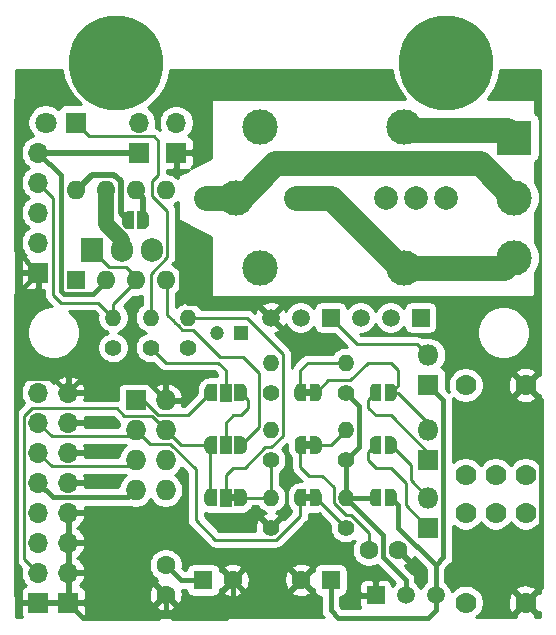
<source format=gbl>
G04 #@! TF.GenerationSoftware,KiCad,Pcbnew,(5.1.6-0-10_14)*
G04 #@! TF.CreationDate,2021-05-08T14:10:43+01:00*
G04 #@! TF.ProjectId,WiFive55,57694669-7665-4353-952e-6b696361645f,0.14*
G04 #@! TF.SameCoordinates,Original*
G04 #@! TF.FileFunction,Copper,L2,Bot*
G04 #@! TF.FilePolarity,Positive*
%FSLAX46Y46*%
G04 Gerber Fmt 4.6, Leading zero omitted, Abs format (unit mm)*
G04 Created by KiCad (PCBNEW (5.1.6-0-10_14)) date 2021-05-08 14:10:43*
%MOMM*%
%LPD*%
G01*
G04 APERTURE LIST*
G04 #@! TA.AperFunction,EtchedComponent*
%ADD10C,0.100000*%
G04 #@! TD*
G04 #@! TA.AperFunction,ComponentPad*
%ADD11C,2.000000*%
G04 #@! TD*
G04 #@! TA.AperFunction,ComponentPad*
%ADD12C,1.600000*%
G04 #@! TD*
G04 #@! TA.AperFunction,ComponentPad*
%ADD13R,1.600000X1.600000*%
G04 #@! TD*
G04 #@! TA.AperFunction,ComponentPad*
%ADD14C,1.200000*%
G04 #@! TD*
G04 #@! TA.AperFunction,ComponentPad*
%ADD15R,1.200000X1.200000*%
G04 #@! TD*
G04 #@! TA.AperFunction,ComponentPad*
%ADD16O,1.400000X1.400000*%
G04 #@! TD*
G04 #@! TA.AperFunction,ComponentPad*
%ADD17C,1.400000*%
G04 #@! TD*
G04 #@! TA.AperFunction,ComponentPad*
%ADD18C,0.900000*%
G04 #@! TD*
G04 #@! TA.AperFunction,ComponentPad*
%ADD19C,8.000000*%
G04 #@! TD*
G04 #@! TA.AperFunction,ComponentPad*
%ADD20O,1.905000X2.000000*%
G04 #@! TD*
G04 #@! TA.AperFunction,ComponentPad*
%ADD21R,1.905000X2.000000*%
G04 #@! TD*
G04 #@! TA.AperFunction,ComponentPad*
%ADD22R,1.500000X1.500000*%
G04 #@! TD*
G04 #@! TA.AperFunction,ComponentPad*
%ADD23C,1.500000*%
G04 #@! TD*
G04 #@! TA.AperFunction,SMDPad,CuDef*
%ADD24C,0.100000*%
G04 #@! TD*
G04 #@! TA.AperFunction,ComponentPad*
%ADD25O,1.700000X1.700000*%
G04 #@! TD*
G04 #@! TA.AperFunction,ComponentPad*
%ADD26R,1.700000X1.700000*%
G04 #@! TD*
G04 #@! TA.AperFunction,ComponentPad*
%ADD27O,1.727200X1.727200*%
G04 #@! TD*
G04 #@! TA.AperFunction,ComponentPad*
%ADD28R,1.727200X1.727200*%
G04 #@! TD*
G04 #@! TA.AperFunction,ComponentPad*
%ADD29O,1.600000X1.600000*%
G04 #@! TD*
G04 #@! TA.AperFunction,SMDPad,CuDef*
%ADD30R,1.000000X1.500000*%
G04 #@! TD*
G04 #@! TA.AperFunction,ComponentPad*
%ADD31C,1.800000*%
G04 #@! TD*
G04 #@! TA.AperFunction,ComponentPad*
%ADD32R,1.800000X1.800000*%
G04 #@! TD*
G04 #@! TA.AperFunction,ComponentPad*
%ADD33C,3.000000*%
G04 #@! TD*
G04 #@! TA.AperFunction,ComponentPad*
%ADD34R,3.000000X3.000000*%
G04 #@! TD*
G04 #@! TA.AperFunction,ComponentPad*
%ADD35O,1.800000X1.800000*%
G04 #@! TD*
G04 #@! TA.AperFunction,ComponentPad*
%ADD36C,1.778000*%
G04 #@! TD*
G04 #@! TA.AperFunction,ViaPad*
%ADD37C,0.600000*%
G04 #@! TD*
G04 #@! TA.AperFunction,Conductor*
%ADD38C,0.400000*%
G04 #@! TD*
G04 #@! TA.AperFunction,Conductor*
%ADD39C,0.250000*%
G04 #@! TD*
G04 #@! TA.AperFunction,Conductor*
%ADD40C,0.530000*%
G04 #@! TD*
G04 #@! TA.AperFunction,Conductor*
%ADD41C,2.100000*%
G04 #@! TD*
G04 #@! TA.AperFunction,Conductor*
%ADD42C,1.370000*%
G04 #@! TD*
G04 #@! TA.AperFunction,Conductor*
%ADD43C,0.254000*%
G04 #@! TD*
G04 APERTURE END LIST*
D10*
G36*
X125965000Y-76500000D02*
G01*
X125465000Y-76500000D01*
X125465000Y-75900000D01*
X125965000Y-75900000D01*
X125965000Y-76500000D01*
G37*
G36*
X125465000Y-84790000D02*
G01*
X125965000Y-84790000D01*
X125965000Y-85390000D01*
X125465000Y-85390000D01*
X125465000Y-84790000D01*
G37*
G36*
X125480000Y-80345000D02*
G01*
X125980000Y-80345000D01*
X125980000Y-80945000D01*
X125480000Y-80945000D01*
X125480000Y-80345000D01*
G37*
G36*
X119645000Y-84790000D02*
G01*
X119145000Y-84790000D01*
X119145000Y-85390000D01*
X119645000Y-85390000D01*
X119645000Y-84790000D01*
G37*
D11*
X137414000Y-59690000D03*
X134874000Y-59690000D03*
X132334000Y-59690000D03*
X127254000Y-59690000D03*
X124714000Y-59690000D03*
X117094000Y-59690000D03*
D12*
X119340000Y-92075000D03*
D13*
X116840000Y-92075000D03*
D12*
X125135000Y-92075000D03*
D13*
X127635000Y-92075000D03*
D14*
X118015000Y-71120000D03*
D15*
X120015000Y-71120000D03*
D16*
X115570000Y-69850000D03*
D17*
X115570000Y-72390000D03*
D18*
X138562050Y-45488362D03*
X136265950Y-45488361D03*
X134642362Y-47111950D03*
X134642361Y-49408050D03*
X136265950Y-51031638D03*
X138562050Y-51031639D03*
X140185638Y-49408050D03*
X140185639Y-47111950D03*
D19*
X137414000Y-48260000D03*
D18*
X110622050Y-45488362D03*
X108325950Y-45488361D03*
X106702362Y-47111950D03*
X106702361Y-49408050D03*
X108325950Y-51031638D03*
X110622050Y-51031639D03*
X112245638Y-49408050D03*
X112245639Y-47111950D03*
D19*
X109474000Y-48260000D03*
D20*
X112530000Y-64135000D03*
X109990000Y-64135000D03*
D21*
X107450000Y-64135000D03*
D22*
X135255000Y-69850000D03*
D23*
X130175000Y-69850000D03*
X132715000Y-69850000D03*
D22*
X127635000Y-69850000D03*
D23*
X122555000Y-69850000D03*
X125095000Y-69850000D03*
G04 #@! TA.AperFunction,SMDPad,CuDef*
D24*
G36*
X110475000Y-62344398D02*
G01*
X110450466Y-62344398D01*
X110401635Y-62339588D01*
X110353510Y-62330016D01*
X110306555Y-62315772D01*
X110261222Y-62296995D01*
X110217949Y-62273864D01*
X110177150Y-62246604D01*
X110139221Y-62215476D01*
X110104524Y-62180779D01*
X110073396Y-62142850D01*
X110046136Y-62102051D01*
X110023005Y-62058778D01*
X110004228Y-62013445D01*
X109989984Y-61966490D01*
X109980412Y-61918365D01*
X109975602Y-61869534D01*
X109975602Y-61845000D01*
X109975000Y-61845000D01*
X109975000Y-61345000D01*
X109975602Y-61345000D01*
X109975602Y-61320466D01*
X109980412Y-61271635D01*
X109989984Y-61223510D01*
X110004228Y-61176555D01*
X110023005Y-61131222D01*
X110046136Y-61087949D01*
X110073396Y-61047150D01*
X110104524Y-61009221D01*
X110139221Y-60974524D01*
X110177150Y-60943396D01*
X110217949Y-60916136D01*
X110261222Y-60893005D01*
X110306555Y-60874228D01*
X110353510Y-60859984D01*
X110401635Y-60850412D01*
X110450466Y-60845602D01*
X110475000Y-60845602D01*
X110475000Y-60845000D01*
X110975000Y-60845000D01*
X110975000Y-62345000D01*
X110475000Y-62345000D01*
X110475000Y-62344398D01*
G37*
G04 #@! TD.AperFunction*
G04 #@! TA.AperFunction,SMDPad,CuDef*
G36*
X111275000Y-60845000D02*
G01*
X111775000Y-60845000D01*
X111775000Y-60845602D01*
X111799534Y-60845602D01*
X111848365Y-60850412D01*
X111896490Y-60859984D01*
X111943445Y-60874228D01*
X111988778Y-60893005D01*
X112032051Y-60916136D01*
X112072850Y-60943396D01*
X112110779Y-60974524D01*
X112145476Y-61009221D01*
X112176604Y-61047150D01*
X112203864Y-61087949D01*
X112226995Y-61131222D01*
X112245772Y-61176555D01*
X112260016Y-61223510D01*
X112269588Y-61271635D01*
X112274398Y-61320466D01*
X112274398Y-61345000D01*
X112275000Y-61345000D01*
X112275000Y-61845000D01*
X112274398Y-61845000D01*
X112274398Y-61869534D01*
X112269588Y-61918365D01*
X112260016Y-61966490D01*
X112245772Y-62013445D01*
X112226995Y-62058778D01*
X112203864Y-62102051D01*
X112176604Y-62142850D01*
X112145476Y-62180779D01*
X112110779Y-62215476D01*
X112072850Y-62246604D01*
X112032051Y-62273864D01*
X111988778Y-62296995D01*
X111943445Y-62315772D01*
X111896490Y-62330016D01*
X111848365Y-62339588D01*
X111799534Y-62344398D01*
X111775000Y-62344398D01*
X111775000Y-62345000D01*
X111275000Y-62345000D01*
X111275000Y-60845000D01*
G37*
G04 #@! TD.AperFunction*
D25*
X111379000Y-53340000D03*
D26*
X111379000Y-55880000D03*
D25*
X114554000Y-53340000D03*
D26*
X114554000Y-55880000D03*
D16*
X122555000Y-85090000D03*
D17*
X122555000Y-87630000D03*
D16*
X122555000Y-73660000D03*
D17*
X122555000Y-76200000D03*
D16*
X128905000Y-73660000D03*
D17*
X128905000Y-76200000D03*
D16*
X128905000Y-79375000D03*
D17*
X128905000Y-81915000D03*
D16*
X128905000Y-85090000D03*
D17*
X128905000Y-87630000D03*
D16*
X112395000Y-69850000D03*
D17*
X112395000Y-72390000D03*
D16*
X122555000Y-79375000D03*
D17*
X122555000Y-81915000D03*
D16*
X109220000Y-69850000D03*
D17*
X109220000Y-72390000D03*
G04 #@! TA.AperFunction,SMDPad,CuDef*
D24*
G36*
X125565000Y-76950000D02*
G01*
X125065000Y-76950000D01*
X125065000Y-76949398D01*
X125040466Y-76949398D01*
X124991635Y-76944588D01*
X124943510Y-76935016D01*
X124896555Y-76920772D01*
X124851222Y-76901995D01*
X124807949Y-76878864D01*
X124767150Y-76851604D01*
X124729221Y-76820476D01*
X124694524Y-76785779D01*
X124663396Y-76747850D01*
X124636136Y-76707051D01*
X124613005Y-76663778D01*
X124594228Y-76618445D01*
X124579984Y-76571490D01*
X124570412Y-76523365D01*
X124565602Y-76474534D01*
X124565602Y-76450000D01*
X124565000Y-76450000D01*
X124565000Y-75950000D01*
X124565602Y-75950000D01*
X124565602Y-75925466D01*
X124570412Y-75876635D01*
X124579984Y-75828510D01*
X124594228Y-75781555D01*
X124613005Y-75736222D01*
X124636136Y-75692949D01*
X124663396Y-75652150D01*
X124694524Y-75614221D01*
X124729221Y-75579524D01*
X124767150Y-75548396D01*
X124807949Y-75521136D01*
X124851222Y-75498005D01*
X124896555Y-75479228D01*
X124943510Y-75464984D01*
X124991635Y-75455412D01*
X125040466Y-75450602D01*
X125065000Y-75450602D01*
X125065000Y-75450000D01*
X125565000Y-75450000D01*
X125565000Y-76950000D01*
G37*
G04 #@! TD.AperFunction*
G04 #@! TA.AperFunction,SMDPad,CuDef*
G36*
X126365000Y-75450602D02*
G01*
X126389534Y-75450602D01*
X126438365Y-75455412D01*
X126486490Y-75464984D01*
X126533445Y-75479228D01*
X126578778Y-75498005D01*
X126622051Y-75521136D01*
X126662850Y-75548396D01*
X126700779Y-75579524D01*
X126735476Y-75614221D01*
X126766604Y-75652150D01*
X126793864Y-75692949D01*
X126816995Y-75736222D01*
X126835772Y-75781555D01*
X126850016Y-75828510D01*
X126859588Y-75876635D01*
X126864398Y-75925466D01*
X126864398Y-75950000D01*
X126865000Y-75950000D01*
X126865000Y-76450000D01*
X126864398Y-76450000D01*
X126864398Y-76474534D01*
X126859588Y-76523365D01*
X126850016Y-76571490D01*
X126835772Y-76618445D01*
X126816995Y-76663778D01*
X126793864Y-76707051D01*
X126766604Y-76747850D01*
X126735476Y-76785779D01*
X126700779Y-76820476D01*
X126662850Y-76851604D01*
X126622051Y-76878864D01*
X126578778Y-76901995D01*
X126533445Y-76920772D01*
X126486490Y-76935016D01*
X126438365Y-76944588D01*
X126389534Y-76949398D01*
X126365000Y-76949398D01*
X126365000Y-76950000D01*
X125865000Y-76950000D01*
X125865000Y-75450000D01*
X126365000Y-75450000D01*
X126365000Y-75450602D01*
G37*
G04 #@! TD.AperFunction*
G04 #@! TA.AperFunction,SMDPad,CuDef*
G36*
X125865000Y-84340000D02*
G01*
X126365000Y-84340000D01*
X126365000Y-84340602D01*
X126389534Y-84340602D01*
X126438365Y-84345412D01*
X126486490Y-84354984D01*
X126533445Y-84369228D01*
X126578778Y-84388005D01*
X126622051Y-84411136D01*
X126662850Y-84438396D01*
X126700779Y-84469524D01*
X126735476Y-84504221D01*
X126766604Y-84542150D01*
X126793864Y-84582949D01*
X126816995Y-84626222D01*
X126835772Y-84671555D01*
X126850016Y-84718510D01*
X126859588Y-84766635D01*
X126864398Y-84815466D01*
X126864398Y-84840000D01*
X126865000Y-84840000D01*
X126865000Y-85340000D01*
X126864398Y-85340000D01*
X126864398Y-85364534D01*
X126859588Y-85413365D01*
X126850016Y-85461490D01*
X126835772Y-85508445D01*
X126816995Y-85553778D01*
X126793864Y-85597051D01*
X126766604Y-85637850D01*
X126735476Y-85675779D01*
X126700779Y-85710476D01*
X126662850Y-85741604D01*
X126622051Y-85768864D01*
X126578778Y-85791995D01*
X126533445Y-85810772D01*
X126486490Y-85825016D01*
X126438365Y-85834588D01*
X126389534Y-85839398D01*
X126365000Y-85839398D01*
X126365000Y-85840000D01*
X125865000Y-85840000D01*
X125865000Y-84340000D01*
G37*
G04 #@! TD.AperFunction*
G04 #@! TA.AperFunction,SMDPad,CuDef*
G36*
X125065000Y-85839398D02*
G01*
X125040466Y-85839398D01*
X124991635Y-85834588D01*
X124943510Y-85825016D01*
X124896555Y-85810772D01*
X124851222Y-85791995D01*
X124807949Y-85768864D01*
X124767150Y-85741604D01*
X124729221Y-85710476D01*
X124694524Y-85675779D01*
X124663396Y-85637850D01*
X124636136Y-85597051D01*
X124613005Y-85553778D01*
X124594228Y-85508445D01*
X124579984Y-85461490D01*
X124570412Y-85413365D01*
X124565602Y-85364534D01*
X124565602Y-85340000D01*
X124565000Y-85340000D01*
X124565000Y-84840000D01*
X124565602Y-84840000D01*
X124565602Y-84815466D01*
X124570412Y-84766635D01*
X124579984Y-84718510D01*
X124594228Y-84671555D01*
X124613005Y-84626222D01*
X124636136Y-84582949D01*
X124663396Y-84542150D01*
X124694524Y-84504221D01*
X124729221Y-84469524D01*
X124767150Y-84438396D01*
X124807949Y-84411136D01*
X124851222Y-84388005D01*
X124896555Y-84369228D01*
X124943510Y-84354984D01*
X124991635Y-84345412D01*
X125040466Y-84340602D01*
X125065000Y-84340602D01*
X125065000Y-84340000D01*
X125565000Y-84340000D01*
X125565000Y-85840000D01*
X125065000Y-85840000D01*
X125065000Y-85839398D01*
G37*
G04 #@! TD.AperFunction*
G04 #@! TA.AperFunction,SMDPad,CuDef*
G36*
X125880000Y-79895000D02*
G01*
X126380000Y-79895000D01*
X126380000Y-79895602D01*
X126404534Y-79895602D01*
X126453365Y-79900412D01*
X126501490Y-79909984D01*
X126548445Y-79924228D01*
X126593778Y-79943005D01*
X126637051Y-79966136D01*
X126677850Y-79993396D01*
X126715779Y-80024524D01*
X126750476Y-80059221D01*
X126781604Y-80097150D01*
X126808864Y-80137949D01*
X126831995Y-80181222D01*
X126850772Y-80226555D01*
X126865016Y-80273510D01*
X126874588Y-80321635D01*
X126879398Y-80370466D01*
X126879398Y-80395000D01*
X126880000Y-80395000D01*
X126880000Y-80895000D01*
X126879398Y-80895000D01*
X126879398Y-80919534D01*
X126874588Y-80968365D01*
X126865016Y-81016490D01*
X126850772Y-81063445D01*
X126831995Y-81108778D01*
X126808864Y-81152051D01*
X126781604Y-81192850D01*
X126750476Y-81230779D01*
X126715779Y-81265476D01*
X126677850Y-81296604D01*
X126637051Y-81323864D01*
X126593778Y-81346995D01*
X126548445Y-81365772D01*
X126501490Y-81380016D01*
X126453365Y-81389588D01*
X126404534Y-81394398D01*
X126380000Y-81394398D01*
X126380000Y-81395000D01*
X125880000Y-81395000D01*
X125880000Y-79895000D01*
G37*
G04 #@! TD.AperFunction*
G04 #@! TA.AperFunction,SMDPad,CuDef*
G36*
X125080000Y-81394398D02*
G01*
X125055466Y-81394398D01*
X125006635Y-81389588D01*
X124958510Y-81380016D01*
X124911555Y-81365772D01*
X124866222Y-81346995D01*
X124822949Y-81323864D01*
X124782150Y-81296604D01*
X124744221Y-81265476D01*
X124709524Y-81230779D01*
X124678396Y-81192850D01*
X124651136Y-81152051D01*
X124628005Y-81108778D01*
X124609228Y-81063445D01*
X124594984Y-81016490D01*
X124585412Y-80968365D01*
X124580602Y-80919534D01*
X124580602Y-80895000D01*
X124580000Y-80895000D01*
X124580000Y-80395000D01*
X124580602Y-80395000D01*
X124580602Y-80370466D01*
X124585412Y-80321635D01*
X124594984Y-80273510D01*
X124609228Y-80226555D01*
X124628005Y-80181222D01*
X124651136Y-80137949D01*
X124678396Y-80097150D01*
X124709524Y-80059221D01*
X124744221Y-80024524D01*
X124782150Y-79993396D01*
X124822949Y-79966136D01*
X124866222Y-79943005D01*
X124911555Y-79924228D01*
X124958510Y-79909984D01*
X125006635Y-79900412D01*
X125055466Y-79895602D01*
X125080000Y-79895602D01*
X125080000Y-79895000D01*
X125580000Y-79895000D01*
X125580000Y-81395000D01*
X125080000Y-81395000D01*
X125080000Y-81394398D01*
G37*
G04 #@! TD.AperFunction*
D22*
X131445000Y-93345000D03*
D23*
X136525000Y-93345000D03*
X133985000Y-93345000D03*
G04 #@! TA.AperFunction,SMDPad,CuDef*
D24*
G36*
X132730000Y-79895602D02*
G01*
X132754534Y-79895602D01*
X132803365Y-79900412D01*
X132851490Y-79909984D01*
X132898445Y-79924228D01*
X132943778Y-79943005D01*
X132987051Y-79966136D01*
X133027850Y-79993396D01*
X133065779Y-80024524D01*
X133100476Y-80059221D01*
X133131604Y-80097150D01*
X133158864Y-80137949D01*
X133181995Y-80181222D01*
X133200772Y-80226555D01*
X133215016Y-80273510D01*
X133224588Y-80321635D01*
X133229398Y-80370466D01*
X133229398Y-80395000D01*
X133230000Y-80395000D01*
X133230000Y-80895000D01*
X133229398Y-80895000D01*
X133229398Y-80919534D01*
X133224588Y-80968365D01*
X133215016Y-81016490D01*
X133200772Y-81063445D01*
X133181995Y-81108778D01*
X133158864Y-81152051D01*
X133131604Y-81192850D01*
X133100476Y-81230779D01*
X133065779Y-81265476D01*
X133027850Y-81296604D01*
X132987051Y-81323864D01*
X132943778Y-81346995D01*
X132898445Y-81365772D01*
X132851490Y-81380016D01*
X132803365Y-81389588D01*
X132754534Y-81394398D01*
X132730000Y-81394398D01*
X132730000Y-81395000D01*
X132230000Y-81395000D01*
X132230000Y-79895000D01*
X132730000Y-79895000D01*
X132730000Y-79895602D01*
G37*
G04 #@! TD.AperFunction*
G04 #@! TA.AperFunction,SMDPad,CuDef*
G36*
X131930000Y-81395000D02*
G01*
X131430000Y-81395000D01*
X131430000Y-81394398D01*
X131405466Y-81394398D01*
X131356635Y-81389588D01*
X131308510Y-81380016D01*
X131261555Y-81365772D01*
X131216222Y-81346995D01*
X131172949Y-81323864D01*
X131132150Y-81296604D01*
X131094221Y-81265476D01*
X131059524Y-81230779D01*
X131028396Y-81192850D01*
X131001136Y-81152051D01*
X130978005Y-81108778D01*
X130959228Y-81063445D01*
X130944984Y-81016490D01*
X130935412Y-80968365D01*
X130930602Y-80919534D01*
X130930602Y-80895000D01*
X130930000Y-80895000D01*
X130930000Y-80395000D01*
X130930602Y-80395000D01*
X130930602Y-80370466D01*
X130935412Y-80321635D01*
X130944984Y-80273510D01*
X130959228Y-80226555D01*
X130978005Y-80181222D01*
X131001136Y-80137949D01*
X131028396Y-80097150D01*
X131059524Y-80059221D01*
X131094221Y-80024524D01*
X131132150Y-79993396D01*
X131172949Y-79966136D01*
X131216222Y-79943005D01*
X131261555Y-79924228D01*
X131308510Y-79909984D01*
X131356635Y-79900412D01*
X131405466Y-79895602D01*
X131430000Y-79895602D01*
X131430000Y-79895000D01*
X131930000Y-79895000D01*
X131930000Y-81395000D01*
G37*
G04 #@! TD.AperFunction*
G04 #@! TA.AperFunction,SMDPad,CuDef*
G36*
X132730000Y-75450602D02*
G01*
X132754534Y-75450602D01*
X132803365Y-75455412D01*
X132851490Y-75464984D01*
X132898445Y-75479228D01*
X132943778Y-75498005D01*
X132987051Y-75521136D01*
X133027850Y-75548396D01*
X133065779Y-75579524D01*
X133100476Y-75614221D01*
X133131604Y-75652150D01*
X133158864Y-75692949D01*
X133181995Y-75736222D01*
X133200772Y-75781555D01*
X133215016Y-75828510D01*
X133224588Y-75876635D01*
X133229398Y-75925466D01*
X133229398Y-75950000D01*
X133230000Y-75950000D01*
X133230000Y-76450000D01*
X133229398Y-76450000D01*
X133229398Y-76474534D01*
X133224588Y-76523365D01*
X133215016Y-76571490D01*
X133200772Y-76618445D01*
X133181995Y-76663778D01*
X133158864Y-76707051D01*
X133131604Y-76747850D01*
X133100476Y-76785779D01*
X133065779Y-76820476D01*
X133027850Y-76851604D01*
X132987051Y-76878864D01*
X132943778Y-76901995D01*
X132898445Y-76920772D01*
X132851490Y-76935016D01*
X132803365Y-76944588D01*
X132754534Y-76949398D01*
X132730000Y-76949398D01*
X132730000Y-76950000D01*
X132230000Y-76950000D01*
X132230000Y-75450000D01*
X132730000Y-75450000D01*
X132730000Y-75450602D01*
G37*
G04 #@! TD.AperFunction*
G04 #@! TA.AperFunction,SMDPad,CuDef*
G36*
X131930000Y-76950000D02*
G01*
X131430000Y-76950000D01*
X131430000Y-76949398D01*
X131405466Y-76949398D01*
X131356635Y-76944588D01*
X131308510Y-76935016D01*
X131261555Y-76920772D01*
X131216222Y-76901995D01*
X131172949Y-76878864D01*
X131132150Y-76851604D01*
X131094221Y-76820476D01*
X131059524Y-76785779D01*
X131028396Y-76747850D01*
X131001136Y-76707051D01*
X130978005Y-76663778D01*
X130959228Y-76618445D01*
X130944984Y-76571490D01*
X130935412Y-76523365D01*
X130930602Y-76474534D01*
X130930602Y-76450000D01*
X130930000Y-76450000D01*
X130930000Y-75950000D01*
X130930602Y-75950000D01*
X130930602Y-75925466D01*
X130935412Y-75876635D01*
X130944984Y-75828510D01*
X130959228Y-75781555D01*
X130978005Y-75736222D01*
X131001136Y-75692949D01*
X131028396Y-75652150D01*
X131059524Y-75614221D01*
X131094221Y-75579524D01*
X131132150Y-75548396D01*
X131172949Y-75521136D01*
X131216222Y-75498005D01*
X131261555Y-75479228D01*
X131308510Y-75464984D01*
X131356635Y-75455412D01*
X131405466Y-75450602D01*
X131430000Y-75450602D01*
X131430000Y-75450000D01*
X131930000Y-75450000D01*
X131930000Y-76950000D01*
G37*
G04 #@! TD.AperFunction*
D25*
X105410000Y-76200000D03*
X105410000Y-78740000D03*
X105410000Y-81280000D03*
X105410000Y-83820000D03*
X105410000Y-86360000D03*
X105410000Y-88900000D03*
X105410000Y-91440000D03*
D26*
X105410000Y-93980000D03*
D25*
X102870000Y-76200000D03*
X102870000Y-78740000D03*
X102870000Y-81280000D03*
X102870000Y-83820000D03*
X102870000Y-86360000D03*
X102870000Y-88900000D03*
X102870000Y-91440000D03*
D26*
X102870000Y-93980000D03*
D25*
X102870000Y-55880000D03*
X102870000Y-58420000D03*
X102870000Y-60960000D03*
X102870000Y-63500000D03*
D26*
X102870000Y-66040000D03*
D27*
X113665000Y-84455000D03*
X111125000Y-84455000D03*
X113665000Y-81915000D03*
X111125000Y-81915000D03*
X113665000Y-79375000D03*
X111125000Y-79375000D03*
X113665000Y-76835000D03*
D28*
X111125000Y-76835000D03*
D12*
X113665000Y-93305000D03*
X113665000Y-90805000D03*
D29*
X106045000Y-59055000D03*
X113665000Y-66675000D03*
X108585000Y-59055000D03*
X111125000Y-66675000D03*
X111125000Y-59055000D03*
X108585000Y-66675000D03*
X113665000Y-59055000D03*
D13*
X106045000Y-66675000D03*
G04 #@! TA.AperFunction,SMDPad,CuDef*
D24*
G36*
X119495000Y-84340000D02*
G01*
X120045000Y-84340000D01*
X120045000Y-84340602D01*
X120069534Y-84340602D01*
X120118365Y-84345412D01*
X120166490Y-84354984D01*
X120213445Y-84369228D01*
X120258778Y-84388005D01*
X120302051Y-84411136D01*
X120342850Y-84438396D01*
X120380779Y-84469524D01*
X120415476Y-84504221D01*
X120446604Y-84542150D01*
X120473864Y-84582949D01*
X120496995Y-84626222D01*
X120515772Y-84671555D01*
X120530016Y-84718510D01*
X120539588Y-84766635D01*
X120544398Y-84815466D01*
X120544398Y-84840000D01*
X120545000Y-84840000D01*
X120545000Y-85340000D01*
X120544398Y-85340000D01*
X120544398Y-85364534D01*
X120539588Y-85413365D01*
X120530016Y-85461490D01*
X120515772Y-85508445D01*
X120496995Y-85553778D01*
X120473864Y-85597051D01*
X120446604Y-85637850D01*
X120415476Y-85675779D01*
X120380779Y-85710476D01*
X120342850Y-85741604D01*
X120302051Y-85768864D01*
X120258778Y-85791995D01*
X120213445Y-85810772D01*
X120166490Y-85825016D01*
X120118365Y-85834588D01*
X120069534Y-85839398D01*
X120045000Y-85839398D01*
X120045000Y-85840000D01*
X119495000Y-85840000D01*
X119495000Y-84340000D01*
G37*
G04 #@! TD.AperFunction*
D30*
X118745000Y-85090000D03*
G04 #@! TA.AperFunction,SMDPad,CuDef*
D24*
G36*
X117445000Y-85839398D02*
G01*
X117420466Y-85839398D01*
X117371635Y-85834588D01*
X117323510Y-85825016D01*
X117276555Y-85810772D01*
X117231222Y-85791995D01*
X117187949Y-85768864D01*
X117147150Y-85741604D01*
X117109221Y-85710476D01*
X117074524Y-85675779D01*
X117043396Y-85637850D01*
X117016136Y-85597051D01*
X116993005Y-85553778D01*
X116974228Y-85508445D01*
X116959984Y-85461490D01*
X116950412Y-85413365D01*
X116945602Y-85364534D01*
X116945602Y-85340000D01*
X116945000Y-85340000D01*
X116945000Y-84840000D01*
X116945602Y-84840000D01*
X116945602Y-84815466D01*
X116950412Y-84766635D01*
X116959984Y-84718510D01*
X116974228Y-84671555D01*
X116993005Y-84626222D01*
X117016136Y-84582949D01*
X117043396Y-84542150D01*
X117074524Y-84504221D01*
X117109221Y-84469524D01*
X117147150Y-84438396D01*
X117187949Y-84411136D01*
X117231222Y-84388005D01*
X117276555Y-84369228D01*
X117323510Y-84354984D01*
X117371635Y-84345412D01*
X117420466Y-84340602D01*
X117445000Y-84340602D01*
X117445000Y-84340000D01*
X117995000Y-84340000D01*
X117995000Y-85840000D01*
X117445000Y-85840000D01*
X117445000Y-85839398D01*
G37*
G04 #@! TD.AperFunction*
D31*
X103505000Y-53340000D03*
D32*
X106045000Y-53340000D03*
D33*
X143192500Y-64770000D03*
X143192500Y-59690000D03*
D34*
X143192500Y-54610000D03*
D35*
X135890000Y-73025000D03*
D32*
X135890000Y-75565000D03*
D35*
X135890000Y-85090000D03*
D32*
X135890000Y-87630000D03*
D35*
X135890000Y-79375000D03*
D32*
X135890000Y-81915000D03*
D30*
X118745000Y-80645000D03*
G04 #@! TA.AperFunction,SMDPad,CuDef*
D24*
G36*
X120045000Y-79895602D02*
G01*
X120069534Y-79895602D01*
X120118365Y-79900412D01*
X120166490Y-79909984D01*
X120213445Y-79924228D01*
X120258778Y-79943005D01*
X120302051Y-79966136D01*
X120342850Y-79993396D01*
X120380779Y-80024524D01*
X120415476Y-80059221D01*
X120446604Y-80097150D01*
X120473864Y-80137949D01*
X120496995Y-80181222D01*
X120515772Y-80226555D01*
X120530016Y-80273510D01*
X120539588Y-80321635D01*
X120544398Y-80370466D01*
X120544398Y-80395000D01*
X120545000Y-80395000D01*
X120545000Y-80895000D01*
X120544398Y-80895000D01*
X120544398Y-80919534D01*
X120539588Y-80968365D01*
X120530016Y-81016490D01*
X120515772Y-81063445D01*
X120496995Y-81108778D01*
X120473864Y-81152051D01*
X120446604Y-81192850D01*
X120415476Y-81230779D01*
X120380779Y-81265476D01*
X120342850Y-81296604D01*
X120302051Y-81323864D01*
X120258778Y-81346995D01*
X120213445Y-81365772D01*
X120166490Y-81380016D01*
X120118365Y-81389588D01*
X120069534Y-81394398D01*
X120045000Y-81394398D01*
X120045000Y-81395000D01*
X119495000Y-81395000D01*
X119495000Y-79895000D01*
X120045000Y-79895000D01*
X120045000Y-79895602D01*
G37*
G04 #@! TD.AperFunction*
G04 #@! TA.AperFunction,SMDPad,CuDef*
G36*
X117995000Y-81395000D02*
G01*
X117445000Y-81395000D01*
X117445000Y-81394398D01*
X117420466Y-81394398D01*
X117371635Y-81389588D01*
X117323510Y-81380016D01*
X117276555Y-81365772D01*
X117231222Y-81346995D01*
X117187949Y-81323864D01*
X117147150Y-81296604D01*
X117109221Y-81265476D01*
X117074524Y-81230779D01*
X117043396Y-81192850D01*
X117016136Y-81152051D01*
X116993005Y-81108778D01*
X116974228Y-81063445D01*
X116959984Y-81016490D01*
X116950412Y-80968365D01*
X116945602Y-80919534D01*
X116945602Y-80895000D01*
X116945000Y-80895000D01*
X116945000Y-80395000D01*
X116945602Y-80395000D01*
X116945602Y-80370466D01*
X116950412Y-80321635D01*
X116959984Y-80273510D01*
X116974228Y-80226555D01*
X116993005Y-80181222D01*
X117016136Y-80137949D01*
X117043396Y-80097150D01*
X117074524Y-80059221D01*
X117109221Y-80024524D01*
X117147150Y-79993396D01*
X117187949Y-79966136D01*
X117231222Y-79943005D01*
X117276555Y-79924228D01*
X117323510Y-79909984D01*
X117371635Y-79900412D01*
X117420466Y-79895602D01*
X117445000Y-79895602D01*
X117445000Y-79895000D01*
X117995000Y-79895000D01*
X117995000Y-81395000D01*
G37*
G04 #@! TD.AperFunction*
D30*
X118745000Y-76200000D03*
G04 #@! TA.AperFunction,SMDPad,CuDef*
D24*
G36*
X117445000Y-76949398D02*
G01*
X117420466Y-76949398D01*
X117371635Y-76944588D01*
X117323510Y-76935016D01*
X117276555Y-76920772D01*
X117231222Y-76901995D01*
X117187949Y-76878864D01*
X117147150Y-76851604D01*
X117109221Y-76820476D01*
X117074524Y-76785779D01*
X117043396Y-76747850D01*
X117016136Y-76707051D01*
X116993005Y-76663778D01*
X116974228Y-76618445D01*
X116959984Y-76571490D01*
X116950412Y-76523365D01*
X116945602Y-76474534D01*
X116945602Y-76450000D01*
X116945000Y-76450000D01*
X116945000Y-75950000D01*
X116945602Y-75950000D01*
X116945602Y-75925466D01*
X116950412Y-75876635D01*
X116959984Y-75828510D01*
X116974228Y-75781555D01*
X116993005Y-75736222D01*
X117016136Y-75692949D01*
X117043396Y-75652150D01*
X117074524Y-75614221D01*
X117109221Y-75579524D01*
X117147150Y-75548396D01*
X117187949Y-75521136D01*
X117231222Y-75498005D01*
X117276555Y-75479228D01*
X117323510Y-75464984D01*
X117371635Y-75455412D01*
X117420466Y-75450602D01*
X117445000Y-75450602D01*
X117445000Y-75450000D01*
X117995000Y-75450000D01*
X117995000Y-76950000D01*
X117445000Y-76950000D01*
X117445000Y-76949398D01*
G37*
G04 #@! TD.AperFunction*
G04 #@! TA.AperFunction,SMDPad,CuDef*
G36*
X119495000Y-75450000D02*
G01*
X120045000Y-75450000D01*
X120045000Y-75450602D01*
X120069534Y-75450602D01*
X120118365Y-75455412D01*
X120166490Y-75464984D01*
X120213445Y-75479228D01*
X120258778Y-75498005D01*
X120302051Y-75521136D01*
X120342850Y-75548396D01*
X120380779Y-75579524D01*
X120415476Y-75614221D01*
X120446604Y-75652150D01*
X120473864Y-75692949D01*
X120496995Y-75736222D01*
X120515772Y-75781555D01*
X120530016Y-75828510D01*
X120539588Y-75876635D01*
X120544398Y-75925466D01*
X120544398Y-75950000D01*
X120545000Y-75950000D01*
X120545000Y-76450000D01*
X120544398Y-76450000D01*
X120544398Y-76474534D01*
X120539588Y-76523365D01*
X120530016Y-76571490D01*
X120515772Y-76618445D01*
X120496995Y-76663778D01*
X120473864Y-76707051D01*
X120446604Y-76747850D01*
X120415476Y-76785779D01*
X120380779Y-76820476D01*
X120342850Y-76851604D01*
X120302051Y-76878864D01*
X120258778Y-76901995D01*
X120213445Y-76920772D01*
X120166490Y-76935016D01*
X120118365Y-76944588D01*
X120069534Y-76949398D01*
X120045000Y-76949398D01*
X120045000Y-76950000D01*
X119495000Y-76950000D01*
X119495000Y-75450000D01*
G37*
G04 #@! TD.AperFunction*
G04 #@! TA.AperFunction,SMDPad,CuDef*
G36*
X131430000Y-85839398D02*
G01*
X131405466Y-85839398D01*
X131356635Y-85834588D01*
X131308510Y-85825016D01*
X131261555Y-85810772D01*
X131216222Y-85791995D01*
X131172949Y-85768864D01*
X131132150Y-85741604D01*
X131094221Y-85710476D01*
X131059524Y-85675779D01*
X131028396Y-85637850D01*
X131001136Y-85597051D01*
X130978005Y-85553778D01*
X130959228Y-85508445D01*
X130944984Y-85461490D01*
X130935412Y-85413365D01*
X130930602Y-85364534D01*
X130930602Y-85340000D01*
X130930000Y-85340000D01*
X130930000Y-84840000D01*
X130930602Y-84840000D01*
X130930602Y-84815466D01*
X130935412Y-84766635D01*
X130944984Y-84718510D01*
X130959228Y-84671555D01*
X130978005Y-84626222D01*
X131001136Y-84582949D01*
X131028396Y-84542150D01*
X131059524Y-84504221D01*
X131094221Y-84469524D01*
X131132150Y-84438396D01*
X131172949Y-84411136D01*
X131216222Y-84388005D01*
X131261555Y-84369228D01*
X131308510Y-84354984D01*
X131356635Y-84345412D01*
X131405466Y-84340602D01*
X131430000Y-84340602D01*
X131430000Y-84340000D01*
X131930000Y-84340000D01*
X131930000Y-85840000D01*
X131430000Y-85840000D01*
X131430000Y-85839398D01*
G37*
G04 #@! TD.AperFunction*
G04 #@! TA.AperFunction,SMDPad,CuDef*
G36*
X132230000Y-84340000D02*
G01*
X132730000Y-84340000D01*
X132730000Y-84340602D01*
X132754534Y-84340602D01*
X132803365Y-84345412D01*
X132851490Y-84354984D01*
X132898445Y-84369228D01*
X132943778Y-84388005D01*
X132987051Y-84411136D01*
X133027850Y-84438396D01*
X133065779Y-84469524D01*
X133100476Y-84504221D01*
X133131604Y-84542150D01*
X133158864Y-84582949D01*
X133181995Y-84626222D01*
X133200772Y-84671555D01*
X133215016Y-84718510D01*
X133224588Y-84766635D01*
X133229398Y-84815466D01*
X133229398Y-84840000D01*
X133230000Y-84840000D01*
X133230000Y-85340000D01*
X133229398Y-85340000D01*
X133229398Y-85364534D01*
X133224588Y-85413365D01*
X133215016Y-85461490D01*
X133200772Y-85508445D01*
X133181995Y-85553778D01*
X133158864Y-85597051D01*
X133131604Y-85637850D01*
X133100476Y-85675779D01*
X133065779Y-85710476D01*
X133027850Y-85741604D01*
X132987051Y-85768864D01*
X132943778Y-85791995D01*
X132898445Y-85810772D01*
X132851490Y-85825016D01*
X132803365Y-85834588D01*
X132754534Y-85839398D01*
X132730000Y-85839398D01*
X132730000Y-85840000D01*
X132230000Y-85840000D01*
X132230000Y-84340000D01*
G37*
G04 #@! TD.AperFunction*
D36*
X144145000Y-86360000D03*
X141605000Y-86360000D03*
X139065000Y-86360000D03*
X139065000Y-93980000D03*
X144145000Y-93980000D03*
X139065000Y-83185000D03*
X141605000Y-83185000D03*
X144145000Y-83185000D03*
X144145000Y-75565000D03*
X139065000Y-75565000D03*
D33*
X119634000Y-59690000D03*
X121634000Y-53690000D03*
X133834000Y-53690000D03*
X133834000Y-65690000D03*
X121634000Y-65690000D03*
D12*
X130850000Y-89535000D03*
X133350000Y-89535000D03*
D37*
X144145000Y-50165000D03*
X102235000Y-50165000D03*
X114935000Y-64135000D03*
X123825000Y-50165000D03*
D38*
X131430000Y-85090000D02*
X128905000Y-85090000D01*
X128905000Y-85090000D02*
X128905000Y-81915000D01*
X130005001Y-77300001D02*
X128905000Y-76200000D01*
X130005001Y-80814999D02*
X130005001Y-77300001D01*
X128905000Y-81915000D02*
X130005001Y-80814999D01*
X132050001Y-88235001D02*
X132050001Y-90140001D01*
X128905000Y-85090000D02*
X132050001Y-88235001D01*
X133985000Y-92075000D02*
X133985000Y-93345000D01*
X132050001Y-90140001D02*
X133985000Y-92075000D01*
X110509999Y-85070001D02*
X104120001Y-85070001D01*
X111125000Y-84455000D02*
X110509999Y-85070001D01*
X114935000Y-92075000D02*
X113665000Y-90805000D01*
X116840000Y-92075000D02*
X114935000Y-92075000D01*
X104120001Y-85070001D02*
X102870000Y-83820000D01*
X145434001Y-76854001D02*
X144145000Y-75565000D01*
X113665000Y-76835000D02*
X112180001Y-75350001D01*
X145434001Y-92690999D02*
X144145000Y-93980000D01*
X145434001Y-76854001D02*
X145434001Y-92690999D01*
X100965000Y-93345000D02*
X101600000Y-93980000D01*
X105410000Y-88900000D02*
X105410000Y-91440000D01*
X105410000Y-91440000D02*
X105410000Y-93980000D01*
X109220000Y-95250000D02*
X106680000Y-95250000D01*
X109220000Y-95250000D02*
X108585000Y-95250000D01*
X112180001Y-75350001D02*
X108799999Y-75350001D01*
X108799999Y-75350001D02*
X106259999Y-75350001D01*
X108799999Y-75350001D02*
X108164999Y-75350001D01*
X109220000Y-95250000D02*
X113030000Y-95250000D01*
X100965000Y-74930000D02*
X100965000Y-93345000D01*
X100965000Y-67945000D02*
X100965000Y-74930000D01*
X119340000Y-92075000D02*
X119340000Y-94655000D01*
X119340000Y-94655000D02*
X118745000Y-95250000D01*
X113665000Y-94615000D02*
X114300000Y-95250000D01*
X113665000Y-93305000D02*
X113665000Y-94615000D01*
X114300000Y-95250000D02*
X118745000Y-95250000D01*
X113665000Y-94615000D02*
X113030000Y-95250000D01*
X105410000Y-93980000D02*
X106680000Y-95250000D01*
X101600000Y-93980000D02*
X102870000Y-93980000D01*
X102870000Y-93980000D02*
X105410000Y-93980000D01*
X106259999Y-75350001D02*
X105410000Y-76200000D01*
X104140000Y-74930000D02*
X105410000Y-76200000D01*
X100965000Y-74930000D02*
X104140000Y-74930000D01*
X100965000Y-67945000D02*
X102870000Y-66040000D01*
X121285000Y-68580000D02*
X122555000Y-69850000D01*
X102870000Y-66040000D02*
X100965000Y-64135000D01*
X100965000Y-64135000D02*
X100965000Y-51435000D01*
X100965000Y-51435000D02*
X102235000Y-50165000D01*
X116205000Y-68580000D02*
X116840000Y-68580000D01*
X116840000Y-68580000D02*
X121285000Y-68580000D01*
X115570000Y-68580000D02*
X116840000Y-68580000D01*
X115000001Y-68010001D02*
X115570000Y-68580000D01*
X115000001Y-64200001D02*
X114935000Y-64135000D01*
X115000001Y-68010001D02*
X115000001Y-64200001D01*
D39*
X120045000Y-85090000D02*
X122555000Y-85090000D01*
X122555000Y-85090000D02*
X122555000Y-81915000D01*
X117445000Y-76200000D02*
X115570000Y-78075000D01*
X111761410Y-76835000D02*
X111125000Y-76835000D01*
X113001410Y-78075000D02*
X111761410Y-76835000D01*
X115570000Y-78075000D02*
X113001410Y-78075000D01*
X112476399Y-78186399D02*
X113665000Y-79375000D01*
X109529197Y-77551399D02*
X110164197Y-78186399D01*
X110164197Y-78186399D02*
X112476399Y-78186399D01*
X114935000Y-80645000D02*
X113665000Y-79375000D01*
X117445000Y-80645000D02*
X114935000Y-80645000D01*
X117445000Y-80645000D02*
X117445000Y-85090000D01*
X104856399Y-77551399D02*
X109529197Y-77551399D01*
X104224599Y-77551399D02*
X104856399Y-77551399D01*
X102329999Y-90899999D02*
X102870000Y-91440000D01*
X101694999Y-78175999D02*
X101694999Y-90264999D01*
X101694999Y-90264999D02*
X102870000Y-91440000D01*
X102319599Y-77551399D02*
X101694999Y-78175999D01*
X103423601Y-77551399D02*
X102319599Y-77551399D01*
X102954599Y-77551399D02*
X103423601Y-77551399D01*
X103423601Y-77551399D02*
X104856399Y-77551399D01*
D38*
X136525000Y-90805000D02*
X136525000Y-93345000D01*
X135890000Y-75565000D02*
X137190001Y-76865001D01*
X136525000Y-94615000D02*
X135890000Y-95250000D01*
X136525000Y-93345000D02*
X136525000Y-94615000D01*
X137190001Y-90139999D02*
X136525000Y-90805000D01*
X137190001Y-76865001D02*
X137190001Y-90139999D01*
X133350000Y-85710000D02*
X132730000Y-85090000D01*
X133350000Y-87630000D02*
X133350000Y-85710000D01*
X136525000Y-90805000D02*
X133350000Y-87630000D01*
X127635000Y-92075000D02*
X127635000Y-94615000D01*
X127635000Y-94615000D02*
X128270000Y-95250000D01*
X128270000Y-95250000D02*
X135890000Y-95250000D01*
X105059999Y-67875001D02*
X104775000Y-67590002D01*
X107519999Y-67875001D02*
X108720000Y-66675000D01*
X106610001Y-67875001D02*
X107519999Y-67875001D01*
X106610001Y-67875001D02*
X105059999Y-67875001D01*
X104775000Y-57785000D02*
X102870000Y-55880000D01*
X104775000Y-67590002D02*
X104775000Y-57785000D01*
D40*
X111760000Y-55880000D02*
X102870000Y-55880000D01*
D38*
X139065000Y-94615000D02*
X139065000Y-93980000D01*
D39*
X125080000Y-80235364D02*
X125080000Y-80645000D01*
X110584999Y-82455001D02*
X111125000Y-81915000D01*
X109760001Y-82455001D02*
X110584999Y-82455001D01*
X109949999Y-82455001D02*
X109760001Y-82455001D01*
X109760001Y-82455001D02*
X106585001Y-82455001D01*
X106585001Y-82455001D02*
X105950001Y-82455001D01*
X125080000Y-82535000D02*
X125080000Y-80645000D01*
X126936204Y-83248796D02*
X125793796Y-83248796D01*
X128902997Y-86604999D02*
X127879999Y-85582001D01*
X127879999Y-85582001D02*
X127879999Y-84192591D01*
X127879999Y-84192591D02*
X126936204Y-83248796D01*
X130850000Y-89535000D02*
X130850000Y-88057998D01*
X129397001Y-86604999D02*
X128902997Y-86604999D01*
X125793796Y-83248796D02*
X125080000Y-82535000D01*
X130850000Y-88057998D02*
X129397001Y-86604999D01*
X104045001Y-82455001D02*
X102870000Y-81280000D01*
X104869999Y-82455001D02*
X104045001Y-82455001D01*
X106585001Y-82455001D02*
X104869999Y-82455001D01*
X104869999Y-82455001D02*
X104680001Y-82455001D01*
X110584999Y-79915001D02*
X111125000Y-79375000D01*
X112313601Y-80563601D02*
X111125000Y-79375000D01*
X114072731Y-80563601D02*
X112313601Y-80563601D01*
X117865001Y-88655001D02*
X116205000Y-86995000D01*
X123047001Y-88655001D02*
X117865001Y-88655001D01*
X116205000Y-82695870D02*
X114072731Y-80563601D01*
X116205000Y-86995000D02*
X116205000Y-82695870D01*
X125065000Y-86637002D02*
X123047001Y-88655001D01*
X125065000Y-85090000D02*
X125065000Y-86637002D01*
X105950001Y-79915001D02*
X106774999Y-79915001D01*
X106774999Y-79915001D02*
X110584999Y-79915001D01*
X104869999Y-79915001D02*
X104045001Y-79915001D01*
X104045001Y-79915001D02*
X102870000Y-78740000D01*
X106774999Y-79915001D02*
X104869999Y-79915001D01*
X104869999Y-79915001D02*
X104680001Y-79915001D01*
X120045000Y-80367998D02*
X120045000Y-80645000D01*
X109220000Y-69215000D02*
X109220000Y-69850000D01*
X121529999Y-74539999D02*
X121529999Y-79160001D01*
X120199991Y-73209991D02*
X121529999Y-74539999D01*
X121529999Y-79160001D02*
X120045000Y-80645000D01*
X118294991Y-73209991D02*
X120199991Y-73209991D01*
X115960001Y-70875001D02*
X118294991Y-73209991D01*
X115077999Y-70875001D02*
X115960001Y-70875001D01*
X104140000Y-59690000D02*
X102870000Y-58420000D01*
X104140000Y-65405000D02*
X104140000Y-59690000D01*
X104140000Y-65024998D02*
X104140000Y-65405000D01*
X104140000Y-66675000D02*
X104140000Y-65405000D01*
X104140000Y-67945000D02*
X104140000Y-66675000D01*
X107950000Y-68580000D02*
X104775000Y-68580000D01*
X104775000Y-68580000D02*
X104140000Y-67945000D01*
X109220000Y-69850000D02*
X107950000Y-68580000D01*
X109220000Y-68715000D02*
X111260000Y-66675000D01*
X109220000Y-69850000D02*
X109220000Y-68715000D01*
X111260000Y-66464998D02*
X111260000Y-66675000D01*
X109710001Y-65549999D02*
X110345001Y-65549999D01*
X109364999Y-65549999D02*
X109710001Y-65549999D01*
X110345001Y-65549999D02*
X111260000Y-66464998D01*
X114300000Y-70097002D02*
X114493999Y-70291001D01*
X113800000Y-66675000D02*
X113800000Y-69597002D01*
X114811499Y-70608501D02*
X115077999Y-70875001D01*
X113800000Y-69597002D02*
X114811499Y-70608501D01*
X114493999Y-70291001D02*
X114811499Y-70608501D01*
X108864999Y-65549999D02*
X107450000Y-64135000D01*
X109710001Y-65549999D02*
X108864999Y-65549999D01*
D41*
X134108840Y-53964840D02*
X133834000Y-53690000D01*
X142547340Y-53964840D02*
X134108840Y-53964840D01*
X143192500Y-54610000D02*
X142547340Y-53964840D01*
D39*
X125730000Y-73660000D02*
X128905000Y-73660000D01*
X125065000Y-76200000D02*
X125065000Y-74325000D01*
X125065000Y-74325000D02*
X125730000Y-73660000D01*
X118745000Y-85090000D02*
X118745000Y-84090000D01*
X120530002Y-69850000D02*
X115570000Y-69850000D01*
X123580001Y-79867001D02*
X123580001Y-72899999D01*
X120402998Y-82550000D02*
X122113999Y-80838999D01*
X122113999Y-80838999D02*
X122608003Y-80838999D01*
X119380000Y-82550000D02*
X120402998Y-82550000D01*
X122608003Y-80838999D02*
X123580001Y-79867001D01*
X118745000Y-83185000D02*
X119380000Y-82550000D01*
X123580001Y-72899999D02*
X120530002Y-69850000D01*
X118745000Y-85090000D02*
X118745000Y-83185000D01*
X127635000Y-80645000D02*
X128905000Y-79375000D01*
X126380000Y-80645000D02*
X127635000Y-80645000D01*
X126365000Y-85090000D02*
X128905000Y-87630000D01*
X111410003Y-54515001D02*
X107855001Y-54515001D01*
X113030000Y-57785000D02*
X113030000Y-54864998D01*
X112680003Y-54515001D02*
X107220001Y-54515001D01*
X112539999Y-58275001D02*
X113030000Y-57785000D01*
X113807510Y-64711661D02*
X113807510Y-60817490D01*
X112539999Y-59549979D02*
X112539999Y-58275001D01*
X107220001Y-54515001D02*
X106045000Y-53340000D01*
X113030000Y-54864998D02*
X112680003Y-54515001D01*
X113807510Y-60817490D02*
X112539999Y-59549979D01*
X112395000Y-66124171D02*
X113807510Y-64711661D01*
X112395000Y-69850000D02*
X112395000Y-66124171D01*
X118745000Y-76200000D02*
X118745000Y-74295000D01*
X118745000Y-74295000D02*
X118110000Y-73660000D01*
X113665000Y-73660000D02*
X118110000Y-73660000D01*
X113665000Y-73660000D02*
X112395000Y-72390000D01*
X131430000Y-76200000D02*
X130810000Y-76820000D01*
X135890000Y-81280000D02*
X135890000Y-81915000D01*
X132715000Y-78105000D02*
X135890000Y-81280000D01*
X131445000Y-78105000D02*
X130810000Y-77470000D01*
X130810000Y-76820000D02*
X130810000Y-77470000D01*
X131445000Y-78105000D02*
X132715000Y-78105000D01*
X135890000Y-85090000D02*
X135890000Y-85725000D01*
X134435009Y-83635009D02*
X135890000Y-85090000D01*
X132730000Y-80645000D02*
X134435009Y-82350009D01*
X134435009Y-82350009D02*
X134435009Y-83635009D01*
D41*
X142272500Y-65690000D02*
X143192500Y-64770000D01*
X134850000Y-65690000D02*
X142272500Y-65690000D01*
X134850000Y-65690000D02*
X134270000Y-65690000D01*
X133635000Y-65690000D02*
X134215000Y-65690000D01*
X127635000Y-59690000D02*
X133635000Y-65690000D01*
X124714000Y-59690000D02*
X127254000Y-59690000D01*
D40*
X111775000Y-59705000D02*
X111125000Y-59055000D01*
X111775000Y-61595000D02*
X111775000Y-59705000D01*
D39*
X135890000Y-73025000D02*
X134990001Y-72125001D01*
X127635000Y-69850000D02*
X129910001Y-72125001D01*
X134990001Y-72125001D02*
X129910001Y-72125001D01*
D42*
X109990000Y-63315296D02*
X108585000Y-61910296D01*
X108585000Y-61910296D02*
X108585000Y-59055000D01*
X109990000Y-64135000D02*
X109990000Y-63315296D01*
D39*
X119410000Y-78075000D02*
X120045000Y-78075000D01*
X118745000Y-78740000D02*
X119410000Y-78075000D01*
X118745000Y-80645000D02*
X118745000Y-78740000D01*
X120045000Y-76200000D02*
X120650000Y-76805000D01*
X120650000Y-76805000D02*
X120650000Y-77470000D01*
X120650000Y-77470000D02*
X120045000Y-78075000D01*
D40*
X109327201Y-57789999D02*
X107445001Y-57789999D01*
X107445001Y-57789999D02*
X106180000Y-59055000D01*
X109859999Y-58322797D02*
X109327201Y-57789999D01*
X109859999Y-60979999D02*
X109859999Y-58322797D01*
X110475000Y-61595000D02*
X109859999Y-60979999D01*
D39*
X131430000Y-80645000D02*
X130810000Y-81265000D01*
X133985000Y-85725000D02*
X135890000Y-87630000D01*
X131445000Y-82550000D02*
X130810000Y-81915000D01*
X130810000Y-81265000D02*
X130810000Y-81915000D01*
X133985000Y-83820000D02*
X132715000Y-82550000D01*
X131445000Y-82550000D02*
X132715000Y-82550000D01*
X133985000Y-83820000D02*
X133985000Y-85725000D01*
X135890000Y-79360000D02*
X135890000Y-79375000D01*
X132730000Y-76200000D02*
X133350000Y-76200000D01*
X135890000Y-78740000D02*
X135890000Y-79375000D01*
X133350000Y-76200000D02*
X135890000Y-78740000D01*
X127390001Y-75174999D02*
X129295001Y-75174999D01*
X126365000Y-76200000D02*
X127390001Y-75174999D01*
X129295001Y-75174999D02*
X130810000Y-73660000D01*
X130810000Y-73660000D02*
X132715000Y-73660000D01*
X132715000Y-73660000D02*
X133350000Y-74295000D01*
X133350000Y-75580000D02*
X132730000Y-76200000D01*
X133350000Y-74295000D02*
X133350000Y-75580000D01*
D41*
X117094000Y-59690000D02*
X119634000Y-59690000D01*
X122965010Y-56739990D02*
X120015000Y-59690000D01*
X140242490Y-56739990D02*
X122965010Y-56739990D01*
X143192500Y-59690000D02*
X140242490Y-56739990D01*
D43*
G36*
X142961232Y-87331493D02*
G01*
X143173507Y-87543768D01*
X143423115Y-87710551D01*
X143700466Y-87825434D01*
X143994899Y-87884000D01*
X144295101Y-87884000D01*
X144589534Y-87825434D01*
X144866885Y-87710551D01*
X145116493Y-87543768D01*
X145328768Y-87331493D01*
X145390001Y-87239852D01*
X145390001Y-93164806D01*
X145201231Y-93103374D01*
X144324605Y-93980000D01*
X145201231Y-94856626D01*
X145390001Y-94795194D01*
X145390001Y-95217715D01*
X145389335Y-95224513D01*
X145384699Y-95225000D01*
X144960195Y-95225000D01*
X145021626Y-95036231D01*
X144145000Y-94159605D01*
X143268374Y-95036231D01*
X143329805Y-95225000D01*
X139944853Y-95225000D01*
X140036493Y-95163768D01*
X140248768Y-94951493D01*
X140415551Y-94701885D01*
X140530434Y-94424534D01*
X140589000Y-94130101D01*
X140589000Y-94046988D01*
X142615092Y-94046988D01*
X142657557Y-94344171D01*
X142757184Y-94627359D01*
X142835711Y-94774273D01*
X143088769Y-94856626D01*
X143965395Y-93980000D01*
X143088769Y-93103374D01*
X142835711Y-93185727D01*
X142705914Y-93456418D01*
X142631420Y-93747230D01*
X142615092Y-94046988D01*
X140589000Y-94046988D01*
X140589000Y-93829899D01*
X140530434Y-93535466D01*
X140415551Y-93258115D01*
X140248768Y-93008507D01*
X140164030Y-92923769D01*
X143268374Y-92923769D01*
X144145000Y-93800395D01*
X145021626Y-92923769D01*
X144939273Y-92670711D01*
X144668582Y-92540914D01*
X144377770Y-92466420D01*
X144078012Y-92450092D01*
X143780829Y-92492557D01*
X143497641Y-92592184D01*
X143350727Y-92670711D01*
X143268374Y-92923769D01*
X140164030Y-92923769D01*
X140036493Y-92796232D01*
X139786885Y-92629449D01*
X139509534Y-92514566D01*
X139215101Y-92456000D01*
X138914899Y-92456000D01*
X138620466Y-92514566D01*
X138343115Y-92629449D01*
X138093507Y-92796232D01*
X137881232Y-93008507D01*
X137872731Y-93021229D01*
X137856775Y-92941011D01*
X137752371Y-92688957D01*
X137600799Y-92462114D01*
X137407886Y-92269201D01*
X137360000Y-92237205D01*
X137360000Y-91150867D01*
X137751427Y-90759441D01*
X137783292Y-90733290D01*
X137887637Y-90606145D01*
X137965173Y-90461086D01*
X138012919Y-90303688D01*
X138025001Y-90181018D01*
X138025001Y-90181008D01*
X138029040Y-90140000D01*
X138025001Y-90098992D01*
X138025001Y-87475262D01*
X138093507Y-87543768D01*
X138343115Y-87710551D01*
X138620466Y-87825434D01*
X138914899Y-87884000D01*
X139215101Y-87884000D01*
X139509534Y-87825434D01*
X139786885Y-87710551D01*
X140036493Y-87543768D01*
X140248768Y-87331493D01*
X140335000Y-87202438D01*
X140421232Y-87331493D01*
X140633507Y-87543768D01*
X140883115Y-87710551D01*
X141160466Y-87825434D01*
X141454899Y-87884000D01*
X141755101Y-87884000D01*
X142049534Y-87825434D01*
X142326885Y-87710551D01*
X142576493Y-87543768D01*
X142788768Y-87331493D01*
X142875000Y-87202438D01*
X142961232Y-87331493D01*
G37*
X142961232Y-87331493D02*
X143173507Y-87543768D01*
X143423115Y-87710551D01*
X143700466Y-87825434D01*
X143994899Y-87884000D01*
X144295101Y-87884000D01*
X144589534Y-87825434D01*
X144866885Y-87710551D01*
X145116493Y-87543768D01*
X145328768Y-87331493D01*
X145390001Y-87239852D01*
X145390001Y-93164806D01*
X145201231Y-93103374D01*
X144324605Y-93980000D01*
X145201231Y-94856626D01*
X145390001Y-94795194D01*
X145390001Y-95217715D01*
X145389335Y-95224513D01*
X145384699Y-95225000D01*
X144960195Y-95225000D01*
X145021626Y-95036231D01*
X144145000Y-94159605D01*
X143268374Y-95036231D01*
X143329805Y-95225000D01*
X139944853Y-95225000D01*
X140036493Y-95163768D01*
X140248768Y-94951493D01*
X140415551Y-94701885D01*
X140530434Y-94424534D01*
X140589000Y-94130101D01*
X140589000Y-94046988D01*
X142615092Y-94046988D01*
X142657557Y-94344171D01*
X142757184Y-94627359D01*
X142835711Y-94774273D01*
X143088769Y-94856626D01*
X143965395Y-93980000D01*
X143088769Y-93103374D01*
X142835711Y-93185727D01*
X142705914Y-93456418D01*
X142631420Y-93747230D01*
X142615092Y-94046988D01*
X140589000Y-94046988D01*
X140589000Y-93829899D01*
X140530434Y-93535466D01*
X140415551Y-93258115D01*
X140248768Y-93008507D01*
X140164030Y-92923769D01*
X143268374Y-92923769D01*
X144145000Y-93800395D01*
X145021626Y-92923769D01*
X144939273Y-92670711D01*
X144668582Y-92540914D01*
X144377770Y-92466420D01*
X144078012Y-92450092D01*
X143780829Y-92492557D01*
X143497641Y-92592184D01*
X143350727Y-92670711D01*
X143268374Y-92923769D01*
X140164030Y-92923769D01*
X140036493Y-92796232D01*
X139786885Y-92629449D01*
X139509534Y-92514566D01*
X139215101Y-92456000D01*
X138914899Y-92456000D01*
X138620466Y-92514566D01*
X138343115Y-92629449D01*
X138093507Y-92796232D01*
X137881232Y-93008507D01*
X137872731Y-93021229D01*
X137856775Y-92941011D01*
X137752371Y-92688957D01*
X137600799Y-92462114D01*
X137407886Y-92269201D01*
X137360000Y-92237205D01*
X137360000Y-91150867D01*
X137751427Y-90759441D01*
X137783292Y-90733290D01*
X137887637Y-90606145D01*
X137965173Y-90461086D01*
X138012919Y-90303688D01*
X138025001Y-90181018D01*
X138025001Y-90181008D01*
X138029040Y-90140000D01*
X138025001Y-90098992D01*
X138025001Y-87475262D01*
X138093507Y-87543768D01*
X138343115Y-87710551D01*
X138620466Y-87825434D01*
X138914899Y-87884000D01*
X139215101Y-87884000D01*
X139509534Y-87825434D01*
X139786885Y-87710551D01*
X140036493Y-87543768D01*
X140248768Y-87331493D01*
X140335000Y-87202438D01*
X140421232Y-87331493D01*
X140633507Y-87543768D01*
X140883115Y-87710551D01*
X141160466Y-87825434D01*
X141454899Y-87884000D01*
X141755101Y-87884000D01*
X142049534Y-87825434D01*
X142326885Y-87710551D01*
X142576493Y-87543768D01*
X142788768Y-87331493D01*
X142875000Y-87202438D01*
X142961232Y-87331493D01*
G36*
X115445001Y-83010673D02*
G01*
X115445000Y-86957677D01*
X115441324Y-86995000D01*
X115445000Y-87032322D01*
X115445000Y-87032332D01*
X115455997Y-87143985D01*
X115485114Y-87239973D01*
X115499454Y-87287246D01*
X115570026Y-87419276D01*
X115608628Y-87466312D01*
X115664999Y-87535001D01*
X115694003Y-87558804D01*
X117301202Y-89166004D01*
X117325000Y-89195002D01*
X117353998Y-89218800D01*
X117440724Y-89289975D01*
X117563115Y-89355395D01*
X117572754Y-89360547D01*
X117716015Y-89404004D01*
X117827668Y-89415001D01*
X117827678Y-89415001D01*
X117865001Y-89418677D01*
X117902324Y-89415001D01*
X123009679Y-89415001D01*
X123047001Y-89418677D01*
X123084323Y-89415001D01*
X123084334Y-89415001D01*
X123195987Y-89404004D01*
X123339248Y-89360547D01*
X123471277Y-89289975D01*
X123587002Y-89195002D01*
X123610805Y-89165998D01*
X125576003Y-87200801D01*
X125605001Y-87177003D01*
X125699974Y-87061278D01*
X125770546Y-86929249D01*
X125814003Y-86785988D01*
X125825000Y-86674335D01*
X125828677Y-86637002D01*
X125825000Y-86599669D01*
X125825000Y-86474132D01*
X125865000Y-86478072D01*
X126365000Y-86478072D01*
X126389450Y-86475664D01*
X126414009Y-86475664D01*
X126538490Y-86463404D01*
X126634623Y-86444282D01*
X126642186Y-86441988D01*
X127591355Y-87391157D01*
X127570000Y-87498514D01*
X127570000Y-87761486D01*
X127621304Y-88019405D01*
X127721939Y-88262359D01*
X127868038Y-88481013D01*
X128053987Y-88666962D01*
X128272641Y-88813061D01*
X128515595Y-88913696D01*
X128773514Y-88965000D01*
X129036486Y-88965000D01*
X129294405Y-88913696D01*
X129537359Y-88813061D01*
X129662311Y-88729571D01*
X129578320Y-88855273D01*
X129470147Y-89116426D01*
X129415000Y-89393665D01*
X129415000Y-89676335D01*
X129470147Y-89953574D01*
X129578320Y-90214727D01*
X129735363Y-90449759D01*
X129935241Y-90649637D01*
X130170273Y-90806680D01*
X130431426Y-90914853D01*
X130708665Y-90970000D01*
X130991335Y-90970000D01*
X131268574Y-90914853D01*
X131529727Y-90806680D01*
X131533375Y-90804242D01*
X133050223Y-92321092D01*
X132909201Y-92462114D01*
X132831445Y-92578483D01*
X132820812Y-92470518D01*
X132784502Y-92350820D01*
X132725537Y-92240506D01*
X132646185Y-92143815D01*
X132549494Y-92064463D01*
X132439180Y-92005498D01*
X132319482Y-91969188D01*
X132195000Y-91956928D01*
X131730750Y-91960000D01*
X131572000Y-92118750D01*
X131572000Y-93218000D01*
X131592000Y-93218000D01*
X131592000Y-93472000D01*
X131572000Y-93472000D01*
X131572000Y-93492000D01*
X131318000Y-93492000D01*
X131318000Y-93472000D01*
X130218750Y-93472000D01*
X130060000Y-93630750D01*
X130056928Y-94095000D01*
X130069188Y-94219482D01*
X130105498Y-94339180D01*
X130146025Y-94415000D01*
X128615868Y-94415000D01*
X128470000Y-94269132D01*
X128470000Y-93509625D01*
X128559482Y-93500812D01*
X128679180Y-93464502D01*
X128789494Y-93405537D01*
X128886185Y-93326185D01*
X128965537Y-93229494D01*
X129024502Y-93119180D01*
X129060812Y-92999482D01*
X129073072Y-92875000D01*
X129073072Y-92595000D01*
X130056928Y-92595000D01*
X130060000Y-93059250D01*
X130218750Y-93218000D01*
X131318000Y-93218000D01*
X131318000Y-92118750D01*
X131159250Y-91960000D01*
X130695000Y-91956928D01*
X130570518Y-91969188D01*
X130450820Y-92005498D01*
X130340506Y-92064463D01*
X130243815Y-92143815D01*
X130164463Y-92240506D01*
X130105498Y-92350820D01*
X130069188Y-92470518D01*
X130056928Y-92595000D01*
X129073072Y-92595000D01*
X129073072Y-91275000D01*
X129060812Y-91150518D01*
X129024502Y-91030820D01*
X128965537Y-90920506D01*
X128886185Y-90823815D01*
X128789494Y-90744463D01*
X128679180Y-90685498D01*
X128559482Y-90649188D01*
X128435000Y-90636928D01*
X126835000Y-90636928D01*
X126710518Y-90649188D01*
X126590820Y-90685498D01*
X126480506Y-90744463D01*
X126383815Y-90823815D01*
X126304463Y-90920506D01*
X126245498Y-91030820D01*
X126209188Y-91150518D01*
X126196928Y-91275000D01*
X126196928Y-91282215D01*
X126127702Y-91261903D01*
X125314605Y-92075000D01*
X126127702Y-92888097D01*
X126196928Y-92867785D01*
X126196928Y-92875000D01*
X126209188Y-92999482D01*
X126245498Y-93119180D01*
X126304463Y-93229494D01*
X126383815Y-93326185D01*
X126480506Y-93405537D01*
X126590820Y-93464502D01*
X126710518Y-93500812D01*
X126800001Y-93509625D01*
X126800001Y-94573972D01*
X126795960Y-94615000D01*
X126812082Y-94778688D01*
X126859828Y-94936086D01*
X126937364Y-95081145D01*
X126947605Y-95093624D01*
X127041710Y-95208291D01*
X127062070Y-95225000D01*
X106757295Y-95225000D01*
X106790537Y-95184494D01*
X106849502Y-95074180D01*
X106885812Y-94954482D01*
X106898072Y-94830000D01*
X106895174Y-94297702D01*
X112851903Y-94297702D01*
X112923486Y-94541671D01*
X113178996Y-94662571D01*
X113453184Y-94731300D01*
X113735512Y-94745217D01*
X114015130Y-94703787D01*
X114281292Y-94608603D01*
X114406514Y-94541671D01*
X114478097Y-94297702D01*
X113665000Y-93484605D01*
X112851903Y-94297702D01*
X106895174Y-94297702D01*
X106895000Y-94265750D01*
X106736250Y-94107000D01*
X105537000Y-94107000D01*
X105537000Y-94127000D01*
X105283000Y-94127000D01*
X105283000Y-94107000D01*
X102997000Y-94107000D01*
X102997000Y-94127000D01*
X102743000Y-94127000D01*
X102743000Y-94107000D01*
X101543750Y-94107000D01*
X101385000Y-94265750D01*
X101381928Y-94830000D01*
X101394188Y-94954482D01*
X101430498Y-95074180D01*
X101489463Y-95184494D01*
X101522705Y-95225000D01*
X100997275Y-95225000D01*
X100990487Y-95224335D01*
X100990000Y-95219699D01*
X100990000Y-90558268D01*
X101060025Y-90689275D01*
X101131200Y-90776001D01*
X101154999Y-90805000D01*
X101183997Y-90828798D01*
X101428791Y-91073592D01*
X101385000Y-91293740D01*
X101385000Y-91586260D01*
X101442068Y-91873158D01*
X101554010Y-92143411D01*
X101716525Y-92386632D01*
X101848380Y-92518487D01*
X101775820Y-92540498D01*
X101665506Y-92599463D01*
X101568815Y-92678815D01*
X101489463Y-92775506D01*
X101430498Y-92885820D01*
X101394188Y-93005518D01*
X101381928Y-93130000D01*
X101385000Y-93694250D01*
X101543750Y-93853000D01*
X102743000Y-93853000D01*
X102743000Y-93833000D01*
X102997000Y-93833000D01*
X102997000Y-93853000D01*
X105283000Y-93853000D01*
X105283000Y-91567000D01*
X105537000Y-91567000D01*
X105537000Y-93853000D01*
X106736250Y-93853000D01*
X106895000Y-93694250D01*
X106896735Y-93375512D01*
X112224783Y-93375512D01*
X112266213Y-93655130D01*
X112361397Y-93921292D01*
X112428329Y-94046514D01*
X112672298Y-94118097D01*
X113485395Y-93305000D01*
X112672298Y-92491903D01*
X112428329Y-92563486D01*
X112307429Y-92818996D01*
X112238700Y-93093184D01*
X112224783Y-93375512D01*
X106896735Y-93375512D01*
X106898072Y-93130000D01*
X106885812Y-93005518D01*
X106849502Y-92885820D01*
X106790537Y-92775506D01*
X106711185Y-92678815D01*
X106614494Y-92599463D01*
X106504180Y-92540498D01*
X106423534Y-92516034D01*
X106507588Y-92440269D01*
X106681641Y-92206920D01*
X106806825Y-91944099D01*
X106851476Y-91796890D01*
X106730155Y-91567000D01*
X105537000Y-91567000D01*
X105283000Y-91567000D01*
X105263000Y-91567000D01*
X105263000Y-91313000D01*
X105283000Y-91313000D01*
X105283000Y-89027000D01*
X105537000Y-89027000D01*
X105537000Y-91313000D01*
X106730155Y-91313000D01*
X106851476Y-91083110D01*
X106806825Y-90935901D01*
X106681641Y-90673080D01*
X106674619Y-90663665D01*
X112230000Y-90663665D01*
X112230000Y-90946335D01*
X112285147Y-91223574D01*
X112393320Y-91484727D01*
X112550363Y-91719759D01*
X112750241Y-91919637D01*
X112950869Y-92053692D01*
X112923486Y-92068329D01*
X112851903Y-92312298D01*
X113665000Y-93125395D01*
X113679143Y-93111253D01*
X113858748Y-93290858D01*
X113844605Y-93305000D01*
X114657702Y-94118097D01*
X114901671Y-94046514D01*
X115022571Y-93791004D01*
X115091300Y-93516816D01*
X115105217Y-93234488D01*
X115063787Y-92954870D01*
X115047741Y-92910000D01*
X115405375Y-92910000D01*
X115414188Y-92999482D01*
X115450498Y-93119180D01*
X115509463Y-93229494D01*
X115588815Y-93326185D01*
X115685506Y-93405537D01*
X115795820Y-93464502D01*
X115915518Y-93500812D01*
X116040000Y-93513072D01*
X117640000Y-93513072D01*
X117764482Y-93500812D01*
X117884180Y-93464502D01*
X117994494Y-93405537D01*
X118091185Y-93326185D01*
X118170537Y-93229494D01*
X118229502Y-93119180D01*
X118245117Y-93067702D01*
X118526903Y-93067702D01*
X118598486Y-93311671D01*
X118853996Y-93432571D01*
X119128184Y-93501300D01*
X119410512Y-93515217D01*
X119690130Y-93473787D01*
X119956292Y-93378603D01*
X120081514Y-93311671D01*
X120153097Y-93067702D01*
X124321903Y-93067702D01*
X124393486Y-93311671D01*
X124648996Y-93432571D01*
X124923184Y-93501300D01*
X125205512Y-93515217D01*
X125485130Y-93473787D01*
X125751292Y-93378603D01*
X125876514Y-93311671D01*
X125948097Y-93067702D01*
X125135000Y-92254605D01*
X124321903Y-93067702D01*
X120153097Y-93067702D01*
X119340000Y-92254605D01*
X118526903Y-93067702D01*
X118245117Y-93067702D01*
X118265812Y-92999482D01*
X118278072Y-92875000D01*
X118278072Y-92867785D01*
X118347298Y-92888097D01*
X119160395Y-92075000D01*
X119519605Y-92075000D01*
X120332702Y-92888097D01*
X120576671Y-92816514D01*
X120697571Y-92561004D01*
X120766300Y-92286816D01*
X120773265Y-92145512D01*
X123694783Y-92145512D01*
X123736213Y-92425130D01*
X123831397Y-92691292D01*
X123898329Y-92816514D01*
X124142298Y-92888097D01*
X124955395Y-92075000D01*
X124142298Y-91261903D01*
X123898329Y-91333486D01*
X123777429Y-91588996D01*
X123708700Y-91863184D01*
X123694783Y-92145512D01*
X120773265Y-92145512D01*
X120780217Y-92004488D01*
X120738787Y-91724870D01*
X120643603Y-91458708D01*
X120576671Y-91333486D01*
X120332702Y-91261903D01*
X119519605Y-92075000D01*
X119160395Y-92075000D01*
X118347298Y-91261903D01*
X118278072Y-91282215D01*
X118278072Y-91275000D01*
X118265812Y-91150518D01*
X118245118Y-91082298D01*
X118526903Y-91082298D01*
X119340000Y-91895395D01*
X120153097Y-91082298D01*
X124321903Y-91082298D01*
X125135000Y-91895395D01*
X125948097Y-91082298D01*
X125876514Y-90838329D01*
X125621004Y-90717429D01*
X125346816Y-90648700D01*
X125064488Y-90634783D01*
X124784870Y-90676213D01*
X124518708Y-90771397D01*
X124393486Y-90838329D01*
X124321903Y-91082298D01*
X120153097Y-91082298D01*
X120081514Y-90838329D01*
X119826004Y-90717429D01*
X119551816Y-90648700D01*
X119269488Y-90634783D01*
X118989870Y-90676213D01*
X118723708Y-90771397D01*
X118598486Y-90838329D01*
X118526903Y-91082298D01*
X118245118Y-91082298D01*
X118229502Y-91030820D01*
X118170537Y-90920506D01*
X118091185Y-90823815D01*
X117994494Y-90744463D01*
X117884180Y-90685498D01*
X117764482Y-90649188D01*
X117640000Y-90636928D01*
X116040000Y-90636928D01*
X115915518Y-90649188D01*
X115795820Y-90685498D01*
X115685506Y-90744463D01*
X115588815Y-90823815D01*
X115509463Y-90920506D01*
X115450498Y-91030820D01*
X115414188Y-91150518D01*
X115405375Y-91240000D01*
X115280868Y-91240000D01*
X115081286Y-91040418D01*
X115100000Y-90946335D01*
X115100000Y-90663665D01*
X115044853Y-90386426D01*
X114936680Y-90125273D01*
X114779637Y-89890241D01*
X114579759Y-89690363D01*
X114344727Y-89533320D01*
X114083574Y-89425147D01*
X113806335Y-89370000D01*
X113523665Y-89370000D01*
X113246426Y-89425147D01*
X112985273Y-89533320D01*
X112750241Y-89690363D01*
X112550363Y-89890241D01*
X112393320Y-90125273D01*
X112285147Y-90386426D01*
X112230000Y-90663665D01*
X106674619Y-90663665D01*
X106507588Y-90439731D01*
X106291355Y-90244822D01*
X106165745Y-90170000D01*
X106291355Y-90095178D01*
X106507588Y-89900269D01*
X106681641Y-89666920D01*
X106806825Y-89404099D01*
X106851476Y-89256890D01*
X106730155Y-89027000D01*
X105537000Y-89027000D01*
X105283000Y-89027000D01*
X105263000Y-89027000D01*
X105263000Y-88773000D01*
X105283000Y-88773000D01*
X105283000Y-86487000D01*
X105537000Y-86487000D01*
X105537000Y-88773000D01*
X106730155Y-88773000D01*
X106851476Y-88543110D01*
X106806825Y-88395901D01*
X106681641Y-88133080D01*
X106507588Y-87899731D01*
X106291355Y-87704822D01*
X106165745Y-87630000D01*
X106291355Y-87555178D01*
X106507588Y-87360269D01*
X106681641Y-87126920D01*
X106806825Y-86864099D01*
X106851476Y-86716890D01*
X106730155Y-86487000D01*
X105537000Y-86487000D01*
X105283000Y-86487000D01*
X105263000Y-86487000D01*
X105263000Y-86233000D01*
X105283000Y-86233000D01*
X105283000Y-86213000D01*
X105537000Y-86213000D01*
X105537000Y-86233000D01*
X106730155Y-86233000D01*
X106851476Y-86003110D01*
X106821718Y-85905001D01*
X110468981Y-85905001D01*
X110509999Y-85909041D01*
X110551017Y-85905001D01*
X110551018Y-85905001D01*
X110673688Y-85892919D01*
X110677570Y-85891741D01*
X110687875Y-85896010D01*
X110977401Y-85953600D01*
X111272599Y-85953600D01*
X111562125Y-85896010D01*
X111834853Y-85783042D01*
X112080302Y-85619039D01*
X112289039Y-85410302D01*
X112395000Y-85251719D01*
X112500961Y-85410302D01*
X112709698Y-85619039D01*
X112955147Y-85783042D01*
X113227875Y-85896010D01*
X113517401Y-85953600D01*
X113812599Y-85953600D01*
X114102125Y-85896010D01*
X114374853Y-85783042D01*
X114620302Y-85619039D01*
X114829039Y-85410302D01*
X114993042Y-85164853D01*
X115106010Y-84892125D01*
X115163600Y-84602599D01*
X115163600Y-84307401D01*
X115106010Y-84017875D01*
X114993042Y-83745147D01*
X114829039Y-83499698D01*
X114620302Y-83290961D01*
X114461719Y-83185000D01*
X114620302Y-83079039D01*
X114829039Y-82870302D01*
X114993042Y-82624853D01*
X115012414Y-82578085D01*
X115445001Y-83010673D01*
G37*
X115445001Y-83010673D02*
X115445000Y-86957677D01*
X115441324Y-86995000D01*
X115445000Y-87032322D01*
X115445000Y-87032332D01*
X115455997Y-87143985D01*
X115485114Y-87239973D01*
X115499454Y-87287246D01*
X115570026Y-87419276D01*
X115608628Y-87466312D01*
X115664999Y-87535001D01*
X115694003Y-87558804D01*
X117301202Y-89166004D01*
X117325000Y-89195002D01*
X117353998Y-89218800D01*
X117440724Y-89289975D01*
X117563115Y-89355395D01*
X117572754Y-89360547D01*
X117716015Y-89404004D01*
X117827668Y-89415001D01*
X117827678Y-89415001D01*
X117865001Y-89418677D01*
X117902324Y-89415001D01*
X123009679Y-89415001D01*
X123047001Y-89418677D01*
X123084323Y-89415001D01*
X123084334Y-89415001D01*
X123195987Y-89404004D01*
X123339248Y-89360547D01*
X123471277Y-89289975D01*
X123587002Y-89195002D01*
X123610805Y-89165998D01*
X125576003Y-87200801D01*
X125605001Y-87177003D01*
X125699974Y-87061278D01*
X125770546Y-86929249D01*
X125814003Y-86785988D01*
X125825000Y-86674335D01*
X125828677Y-86637002D01*
X125825000Y-86599669D01*
X125825000Y-86474132D01*
X125865000Y-86478072D01*
X126365000Y-86478072D01*
X126389450Y-86475664D01*
X126414009Y-86475664D01*
X126538490Y-86463404D01*
X126634623Y-86444282D01*
X126642186Y-86441988D01*
X127591355Y-87391157D01*
X127570000Y-87498514D01*
X127570000Y-87761486D01*
X127621304Y-88019405D01*
X127721939Y-88262359D01*
X127868038Y-88481013D01*
X128053987Y-88666962D01*
X128272641Y-88813061D01*
X128515595Y-88913696D01*
X128773514Y-88965000D01*
X129036486Y-88965000D01*
X129294405Y-88913696D01*
X129537359Y-88813061D01*
X129662311Y-88729571D01*
X129578320Y-88855273D01*
X129470147Y-89116426D01*
X129415000Y-89393665D01*
X129415000Y-89676335D01*
X129470147Y-89953574D01*
X129578320Y-90214727D01*
X129735363Y-90449759D01*
X129935241Y-90649637D01*
X130170273Y-90806680D01*
X130431426Y-90914853D01*
X130708665Y-90970000D01*
X130991335Y-90970000D01*
X131268574Y-90914853D01*
X131529727Y-90806680D01*
X131533375Y-90804242D01*
X133050223Y-92321092D01*
X132909201Y-92462114D01*
X132831445Y-92578483D01*
X132820812Y-92470518D01*
X132784502Y-92350820D01*
X132725537Y-92240506D01*
X132646185Y-92143815D01*
X132549494Y-92064463D01*
X132439180Y-92005498D01*
X132319482Y-91969188D01*
X132195000Y-91956928D01*
X131730750Y-91960000D01*
X131572000Y-92118750D01*
X131572000Y-93218000D01*
X131592000Y-93218000D01*
X131592000Y-93472000D01*
X131572000Y-93472000D01*
X131572000Y-93492000D01*
X131318000Y-93492000D01*
X131318000Y-93472000D01*
X130218750Y-93472000D01*
X130060000Y-93630750D01*
X130056928Y-94095000D01*
X130069188Y-94219482D01*
X130105498Y-94339180D01*
X130146025Y-94415000D01*
X128615868Y-94415000D01*
X128470000Y-94269132D01*
X128470000Y-93509625D01*
X128559482Y-93500812D01*
X128679180Y-93464502D01*
X128789494Y-93405537D01*
X128886185Y-93326185D01*
X128965537Y-93229494D01*
X129024502Y-93119180D01*
X129060812Y-92999482D01*
X129073072Y-92875000D01*
X129073072Y-92595000D01*
X130056928Y-92595000D01*
X130060000Y-93059250D01*
X130218750Y-93218000D01*
X131318000Y-93218000D01*
X131318000Y-92118750D01*
X131159250Y-91960000D01*
X130695000Y-91956928D01*
X130570518Y-91969188D01*
X130450820Y-92005498D01*
X130340506Y-92064463D01*
X130243815Y-92143815D01*
X130164463Y-92240506D01*
X130105498Y-92350820D01*
X130069188Y-92470518D01*
X130056928Y-92595000D01*
X129073072Y-92595000D01*
X129073072Y-91275000D01*
X129060812Y-91150518D01*
X129024502Y-91030820D01*
X128965537Y-90920506D01*
X128886185Y-90823815D01*
X128789494Y-90744463D01*
X128679180Y-90685498D01*
X128559482Y-90649188D01*
X128435000Y-90636928D01*
X126835000Y-90636928D01*
X126710518Y-90649188D01*
X126590820Y-90685498D01*
X126480506Y-90744463D01*
X126383815Y-90823815D01*
X126304463Y-90920506D01*
X126245498Y-91030820D01*
X126209188Y-91150518D01*
X126196928Y-91275000D01*
X126196928Y-91282215D01*
X126127702Y-91261903D01*
X125314605Y-92075000D01*
X126127702Y-92888097D01*
X126196928Y-92867785D01*
X126196928Y-92875000D01*
X126209188Y-92999482D01*
X126245498Y-93119180D01*
X126304463Y-93229494D01*
X126383815Y-93326185D01*
X126480506Y-93405537D01*
X126590820Y-93464502D01*
X126710518Y-93500812D01*
X126800001Y-93509625D01*
X126800001Y-94573972D01*
X126795960Y-94615000D01*
X126812082Y-94778688D01*
X126859828Y-94936086D01*
X126937364Y-95081145D01*
X126947605Y-95093624D01*
X127041710Y-95208291D01*
X127062070Y-95225000D01*
X106757295Y-95225000D01*
X106790537Y-95184494D01*
X106849502Y-95074180D01*
X106885812Y-94954482D01*
X106898072Y-94830000D01*
X106895174Y-94297702D01*
X112851903Y-94297702D01*
X112923486Y-94541671D01*
X113178996Y-94662571D01*
X113453184Y-94731300D01*
X113735512Y-94745217D01*
X114015130Y-94703787D01*
X114281292Y-94608603D01*
X114406514Y-94541671D01*
X114478097Y-94297702D01*
X113665000Y-93484605D01*
X112851903Y-94297702D01*
X106895174Y-94297702D01*
X106895000Y-94265750D01*
X106736250Y-94107000D01*
X105537000Y-94107000D01*
X105537000Y-94127000D01*
X105283000Y-94127000D01*
X105283000Y-94107000D01*
X102997000Y-94107000D01*
X102997000Y-94127000D01*
X102743000Y-94127000D01*
X102743000Y-94107000D01*
X101543750Y-94107000D01*
X101385000Y-94265750D01*
X101381928Y-94830000D01*
X101394188Y-94954482D01*
X101430498Y-95074180D01*
X101489463Y-95184494D01*
X101522705Y-95225000D01*
X100997275Y-95225000D01*
X100990487Y-95224335D01*
X100990000Y-95219699D01*
X100990000Y-90558268D01*
X101060025Y-90689275D01*
X101131200Y-90776001D01*
X101154999Y-90805000D01*
X101183997Y-90828798D01*
X101428791Y-91073592D01*
X101385000Y-91293740D01*
X101385000Y-91586260D01*
X101442068Y-91873158D01*
X101554010Y-92143411D01*
X101716525Y-92386632D01*
X101848380Y-92518487D01*
X101775820Y-92540498D01*
X101665506Y-92599463D01*
X101568815Y-92678815D01*
X101489463Y-92775506D01*
X101430498Y-92885820D01*
X101394188Y-93005518D01*
X101381928Y-93130000D01*
X101385000Y-93694250D01*
X101543750Y-93853000D01*
X102743000Y-93853000D01*
X102743000Y-93833000D01*
X102997000Y-93833000D01*
X102997000Y-93853000D01*
X105283000Y-93853000D01*
X105283000Y-91567000D01*
X105537000Y-91567000D01*
X105537000Y-93853000D01*
X106736250Y-93853000D01*
X106895000Y-93694250D01*
X106896735Y-93375512D01*
X112224783Y-93375512D01*
X112266213Y-93655130D01*
X112361397Y-93921292D01*
X112428329Y-94046514D01*
X112672298Y-94118097D01*
X113485395Y-93305000D01*
X112672298Y-92491903D01*
X112428329Y-92563486D01*
X112307429Y-92818996D01*
X112238700Y-93093184D01*
X112224783Y-93375512D01*
X106896735Y-93375512D01*
X106898072Y-93130000D01*
X106885812Y-93005518D01*
X106849502Y-92885820D01*
X106790537Y-92775506D01*
X106711185Y-92678815D01*
X106614494Y-92599463D01*
X106504180Y-92540498D01*
X106423534Y-92516034D01*
X106507588Y-92440269D01*
X106681641Y-92206920D01*
X106806825Y-91944099D01*
X106851476Y-91796890D01*
X106730155Y-91567000D01*
X105537000Y-91567000D01*
X105283000Y-91567000D01*
X105263000Y-91567000D01*
X105263000Y-91313000D01*
X105283000Y-91313000D01*
X105283000Y-89027000D01*
X105537000Y-89027000D01*
X105537000Y-91313000D01*
X106730155Y-91313000D01*
X106851476Y-91083110D01*
X106806825Y-90935901D01*
X106681641Y-90673080D01*
X106674619Y-90663665D01*
X112230000Y-90663665D01*
X112230000Y-90946335D01*
X112285147Y-91223574D01*
X112393320Y-91484727D01*
X112550363Y-91719759D01*
X112750241Y-91919637D01*
X112950869Y-92053692D01*
X112923486Y-92068329D01*
X112851903Y-92312298D01*
X113665000Y-93125395D01*
X113679143Y-93111253D01*
X113858748Y-93290858D01*
X113844605Y-93305000D01*
X114657702Y-94118097D01*
X114901671Y-94046514D01*
X115022571Y-93791004D01*
X115091300Y-93516816D01*
X115105217Y-93234488D01*
X115063787Y-92954870D01*
X115047741Y-92910000D01*
X115405375Y-92910000D01*
X115414188Y-92999482D01*
X115450498Y-93119180D01*
X115509463Y-93229494D01*
X115588815Y-93326185D01*
X115685506Y-93405537D01*
X115795820Y-93464502D01*
X115915518Y-93500812D01*
X116040000Y-93513072D01*
X117640000Y-93513072D01*
X117764482Y-93500812D01*
X117884180Y-93464502D01*
X117994494Y-93405537D01*
X118091185Y-93326185D01*
X118170537Y-93229494D01*
X118229502Y-93119180D01*
X118245117Y-93067702D01*
X118526903Y-93067702D01*
X118598486Y-93311671D01*
X118853996Y-93432571D01*
X119128184Y-93501300D01*
X119410512Y-93515217D01*
X119690130Y-93473787D01*
X119956292Y-93378603D01*
X120081514Y-93311671D01*
X120153097Y-93067702D01*
X124321903Y-93067702D01*
X124393486Y-93311671D01*
X124648996Y-93432571D01*
X124923184Y-93501300D01*
X125205512Y-93515217D01*
X125485130Y-93473787D01*
X125751292Y-93378603D01*
X125876514Y-93311671D01*
X125948097Y-93067702D01*
X125135000Y-92254605D01*
X124321903Y-93067702D01*
X120153097Y-93067702D01*
X119340000Y-92254605D01*
X118526903Y-93067702D01*
X118245117Y-93067702D01*
X118265812Y-92999482D01*
X118278072Y-92875000D01*
X118278072Y-92867785D01*
X118347298Y-92888097D01*
X119160395Y-92075000D01*
X119519605Y-92075000D01*
X120332702Y-92888097D01*
X120576671Y-92816514D01*
X120697571Y-92561004D01*
X120766300Y-92286816D01*
X120773265Y-92145512D01*
X123694783Y-92145512D01*
X123736213Y-92425130D01*
X123831397Y-92691292D01*
X123898329Y-92816514D01*
X124142298Y-92888097D01*
X124955395Y-92075000D01*
X124142298Y-91261903D01*
X123898329Y-91333486D01*
X123777429Y-91588996D01*
X123708700Y-91863184D01*
X123694783Y-92145512D01*
X120773265Y-92145512D01*
X120780217Y-92004488D01*
X120738787Y-91724870D01*
X120643603Y-91458708D01*
X120576671Y-91333486D01*
X120332702Y-91261903D01*
X119519605Y-92075000D01*
X119160395Y-92075000D01*
X118347298Y-91261903D01*
X118278072Y-91282215D01*
X118278072Y-91275000D01*
X118265812Y-91150518D01*
X118245118Y-91082298D01*
X118526903Y-91082298D01*
X119340000Y-91895395D01*
X120153097Y-91082298D01*
X124321903Y-91082298D01*
X125135000Y-91895395D01*
X125948097Y-91082298D01*
X125876514Y-90838329D01*
X125621004Y-90717429D01*
X125346816Y-90648700D01*
X125064488Y-90634783D01*
X124784870Y-90676213D01*
X124518708Y-90771397D01*
X124393486Y-90838329D01*
X124321903Y-91082298D01*
X120153097Y-91082298D01*
X120081514Y-90838329D01*
X119826004Y-90717429D01*
X119551816Y-90648700D01*
X119269488Y-90634783D01*
X118989870Y-90676213D01*
X118723708Y-90771397D01*
X118598486Y-90838329D01*
X118526903Y-91082298D01*
X118245118Y-91082298D01*
X118229502Y-91030820D01*
X118170537Y-90920506D01*
X118091185Y-90823815D01*
X117994494Y-90744463D01*
X117884180Y-90685498D01*
X117764482Y-90649188D01*
X117640000Y-90636928D01*
X116040000Y-90636928D01*
X115915518Y-90649188D01*
X115795820Y-90685498D01*
X115685506Y-90744463D01*
X115588815Y-90823815D01*
X115509463Y-90920506D01*
X115450498Y-91030820D01*
X115414188Y-91150518D01*
X115405375Y-91240000D01*
X115280868Y-91240000D01*
X115081286Y-91040418D01*
X115100000Y-90946335D01*
X115100000Y-90663665D01*
X115044853Y-90386426D01*
X114936680Y-90125273D01*
X114779637Y-89890241D01*
X114579759Y-89690363D01*
X114344727Y-89533320D01*
X114083574Y-89425147D01*
X113806335Y-89370000D01*
X113523665Y-89370000D01*
X113246426Y-89425147D01*
X112985273Y-89533320D01*
X112750241Y-89690363D01*
X112550363Y-89890241D01*
X112393320Y-90125273D01*
X112285147Y-90386426D01*
X112230000Y-90663665D01*
X106674619Y-90663665D01*
X106507588Y-90439731D01*
X106291355Y-90244822D01*
X106165745Y-90170000D01*
X106291355Y-90095178D01*
X106507588Y-89900269D01*
X106681641Y-89666920D01*
X106806825Y-89404099D01*
X106851476Y-89256890D01*
X106730155Y-89027000D01*
X105537000Y-89027000D01*
X105283000Y-89027000D01*
X105263000Y-89027000D01*
X105263000Y-88773000D01*
X105283000Y-88773000D01*
X105283000Y-86487000D01*
X105537000Y-86487000D01*
X105537000Y-88773000D01*
X106730155Y-88773000D01*
X106851476Y-88543110D01*
X106806825Y-88395901D01*
X106681641Y-88133080D01*
X106507588Y-87899731D01*
X106291355Y-87704822D01*
X106165745Y-87630000D01*
X106291355Y-87555178D01*
X106507588Y-87360269D01*
X106681641Y-87126920D01*
X106806825Y-86864099D01*
X106851476Y-86716890D01*
X106730155Y-86487000D01*
X105537000Y-86487000D01*
X105283000Y-86487000D01*
X105263000Y-86487000D01*
X105263000Y-86233000D01*
X105283000Y-86233000D01*
X105283000Y-86213000D01*
X105537000Y-86213000D01*
X105537000Y-86233000D01*
X106730155Y-86233000D01*
X106851476Y-86003110D01*
X106821718Y-85905001D01*
X110468981Y-85905001D01*
X110509999Y-85909041D01*
X110551017Y-85905001D01*
X110551018Y-85905001D01*
X110673688Y-85892919D01*
X110677570Y-85891741D01*
X110687875Y-85896010D01*
X110977401Y-85953600D01*
X111272599Y-85953600D01*
X111562125Y-85896010D01*
X111834853Y-85783042D01*
X112080302Y-85619039D01*
X112289039Y-85410302D01*
X112395000Y-85251719D01*
X112500961Y-85410302D01*
X112709698Y-85619039D01*
X112955147Y-85783042D01*
X113227875Y-85896010D01*
X113517401Y-85953600D01*
X113812599Y-85953600D01*
X114102125Y-85896010D01*
X114374853Y-85783042D01*
X114620302Y-85619039D01*
X114829039Y-85410302D01*
X114993042Y-85164853D01*
X115106010Y-84892125D01*
X115163600Y-84602599D01*
X115163600Y-84307401D01*
X115106010Y-84017875D01*
X114993042Y-83745147D01*
X114829039Y-83499698D01*
X114620302Y-83290961D01*
X114461719Y-83185000D01*
X114620302Y-83079039D01*
X114829039Y-82870302D01*
X114993042Y-82624853D01*
X115012414Y-82578085D01*
X115445001Y-83010673D01*
G36*
X133543748Y-89520858D02*
G01*
X133529605Y-89535000D01*
X134342702Y-90348097D01*
X134586671Y-90276514D01*
X134660216Y-90121084D01*
X135690000Y-91150868D01*
X135690001Y-92237204D01*
X135642114Y-92269201D01*
X135449201Y-92462114D01*
X135297629Y-92688957D01*
X135255000Y-92791873D01*
X135212371Y-92688957D01*
X135060799Y-92462114D01*
X134867886Y-92269201D01*
X134820000Y-92237205D01*
X134820000Y-92116018D01*
X134824040Y-92075000D01*
X134807918Y-91911311D01*
X134760172Y-91753913D01*
X134682636Y-91608854D01*
X134604439Y-91513570D01*
X134604437Y-91513568D01*
X134578291Y-91481709D01*
X134546433Y-91455564D01*
X133939170Y-90848302D01*
X133966292Y-90838603D01*
X134091514Y-90771671D01*
X134163097Y-90527702D01*
X133350000Y-89714605D01*
X133335858Y-89728748D01*
X133156253Y-89549143D01*
X133170395Y-89535000D01*
X133156253Y-89520858D01*
X133335858Y-89341253D01*
X133350000Y-89355395D01*
X133364143Y-89341253D01*
X133543748Y-89520858D01*
G37*
X133543748Y-89520858D02*
X133529605Y-89535000D01*
X134342702Y-90348097D01*
X134586671Y-90276514D01*
X134660216Y-90121084D01*
X135690000Y-91150868D01*
X135690001Y-92237204D01*
X135642114Y-92269201D01*
X135449201Y-92462114D01*
X135297629Y-92688957D01*
X135255000Y-92791873D01*
X135212371Y-92688957D01*
X135060799Y-92462114D01*
X134867886Y-92269201D01*
X134820000Y-92237205D01*
X134820000Y-92116018D01*
X134824040Y-92075000D01*
X134807918Y-91911311D01*
X134760172Y-91753913D01*
X134682636Y-91608854D01*
X134604439Y-91513570D01*
X134604437Y-91513568D01*
X134578291Y-91481709D01*
X134546433Y-91455564D01*
X133939170Y-90848302D01*
X133966292Y-90838603D01*
X134091514Y-90771671D01*
X134163097Y-90527702D01*
X133350000Y-89714605D01*
X133335858Y-89728748D01*
X133156253Y-89549143D01*
X133170395Y-89535000D01*
X133156253Y-89520858D01*
X133335858Y-89341253D01*
X133350000Y-89355395D01*
X133364143Y-89341253D01*
X133543748Y-89520858D01*
G36*
X123941928Y-80895000D02*
G01*
X123944336Y-80919450D01*
X123944336Y-80944009D01*
X123956596Y-81068490D01*
X123975718Y-81164623D01*
X124012027Y-81284319D01*
X124049536Y-81374875D01*
X124108502Y-81485192D01*
X124162958Y-81566691D01*
X124242310Y-81663382D01*
X124311618Y-81732690D01*
X124320000Y-81739569D01*
X124320000Y-82497677D01*
X124316324Y-82535000D01*
X124320000Y-82572322D01*
X124320000Y-82572332D01*
X124330997Y-82683985D01*
X124358389Y-82774285D01*
X124374454Y-82827246D01*
X124445026Y-82959276D01*
X124484871Y-83007826D01*
X124539999Y-83075001D01*
X124569002Y-83098803D01*
X125172126Y-83701928D01*
X125065000Y-83701928D01*
X125040550Y-83704336D01*
X125015991Y-83704336D01*
X124891510Y-83716596D01*
X124795377Y-83735718D01*
X124675681Y-83772027D01*
X124585125Y-83809536D01*
X124474808Y-83868502D01*
X124393309Y-83922958D01*
X124296618Y-84002310D01*
X124227310Y-84071618D01*
X124147958Y-84168309D01*
X124093502Y-84249808D01*
X124034536Y-84360125D01*
X123997027Y-84450681D01*
X123960718Y-84570377D01*
X123941596Y-84666510D01*
X123929336Y-84790991D01*
X123929336Y-84815550D01*
X123926928Y-84840000D01*
X123926928Y-85340000D01*
X123929336Y-85364450D01*
X123929336Y-85389009D01*
X123941596Y-85513490D01*
X123960718Y-85609623D01*
X123997027Y-85729319D01*
X124034536Y-85819875D01*
X124093502Y-85930192D01*
X124147958Y-86011691D01*
X124227310Y-86108382D01*
X124296618Y-86177690D01*
X124305001Y-86184569D01*
X124305001Y-86322199D01*
X123685615Y-86941585D01*
X123476269Y-86888336D01*
X122734605Y-87630000D01*
X122748748Y-87644143D01*
X122569143Y-87823748D01*
X122555000Y-87809605D01*
X122540858Y-87823748D01*
X122361253Y-87644143D01*
X122375395Y-87630000D01*
X121633731Y-86888336D01*
X121399963Y-86947797D01*
X121289066Y-87186242D01*
X121226817Y-87441740D01*
X121215610Y-87704473D01*
X121245131Y-87895001D01*
X118179803Y-87895001D01*
X116965000Y-86680199D01*
X116965000Y-86370397D01*
X116965125Y-86370464D01*
X117055681Y-86407973D01*
X117175377Y-86444282D01*
X117271510Y-86463404D01*
X117395991Y-86475664D01*
X117420550Y-86475664D01*
X117445000Y-86478072D01*
X117995000Y-86478072D01*
X118119482Y-86465812D01*
X118120000Y-86465655D01*
X118120518Y-86465812D01*
X118245000Y-86478072D01*
X119245000Y-86478072D01*
X119369482Y-86465812D01*
X119370000Y-86465655D01*
X119370518Y-86465812D01*
X119495000Y-86478072D01*
X120045000Y-86478072D01*
X120069450Y-86475664D01*
X120094009Y-86475664D01*
X120218490Y-86463404D01*
X120314623Y-86444282D01*
X120434319Y-86407973D01*
X120524875Y-86370464D01*
X120635192Y-86311498D01*
X120716691Y-86257042D01*
X120813382Y-86177690D01*
X120882690Y-86108382D01*
X120962042Y-86011691D01*
X121016498Y-85930192D01*
X121059362Y-85850000D01*
X121457225Y-85850000D01*
X121518038Y-85941013D01*
X121703987Y-86126962D01*
X121922641Y-86273061D01*
X122136444Y-86361621D01*
X121973634Y-86421065D01*
X121872797Y-86474963D01*
X121813336Y-86708731D01*
X122555000Y-87450395D01*
X123296664Y-86708731D01*
X123237203Y-86474963D01*
X122998758Y-86364066D01*
X122979173Y-86359294D01*
X123187359Y-86273061D01*
X123406013Y-86126962D01*
X123591962Y-85941013D01*
X123738061Y-85722359D01*
X123838696Y-85479405D01*
X123890000Y-85221486D01*
X123890000Y-84958514D01*
X123838696Y-84700595D01*
X123738061Y-84457641D01*
X123591962Y-84238987D01*
X123406013Y-84053038D01*
X123315000Y-83992225D01*
X123315000Y-83012775D01*
X123406013Y-82951962D01*
X123591962Y-82766013D01*
X123738061Y-82547359D01*
X123838696Y-82304405D01*
X123890000Y-82046486D01*
X123890000Y-81783514D01*
X123838696Y-81525595D01*
X123738061Y-81282641D01*
X123591962Y-81063987D01*
X123524889Y-80996914D01*
X123941928Y-80579876D01*
X123941928Y-80895000D01*
G37*
X123941928Y-80895000D02*
X123944336Y-80919450D01*
X123944336Y-80944009D01*
X123956596Y-81068490D01*
X123975718Y-81164623D01*
X124012027Y-81284319D01*
X124049536Y-81374875D01*
X124108502Y-81485192D01*
X124162958Y-81566691D01*
X124242310Y-81663382D01*
X124311618Y-81732690D01*
X124320000Y-81739569D01*
X124320000Y-82497677D01*
X124316324Y-82535000D01*
X124320000Y-82572322D01*
X124320000Y-82572332D01*
X124330997Y-82683985D01*
X124358389Y-82774285D01*
X124374454Y-82827246D01*
X124445026Y-82959276D01*
X124484871Y-83007826D01*
X124539999Y-83075001D01*
X124569002Y-83098803D01*
X125172126Y-83701928D01*
X125065000Y-83701928D01*
X125040550Y-83704336D01*
X125015991Y-83704336D01*
X124891510Y-83716596D01*
X124795377Y-83735718D01*
X124675681Y-83772027D01*
X124585125Y-83809536D01*
X124474808Y-83868502D01*
X124393309Y-83922958D01*
X124296618Y-84002310D01*
X124227310Y-84071618D01*
X124147958Y-84168309D01*
X124093502Y-84249808D01*
X124034536Y-84360125D01*
X123997027Y-84450681D01*
X123960718Y-84570377D01*
X123941596Y-84666510D01*
X123929336Y-84790991D01*
X123929336Y-84815550D01*
X123926928Y-84840000D01*
X123926928Y-85340000D01*
X123929336Y-85364450D01*
X123929336Y-85389009D01*
X123941596Y-85513490D01*
X123960718Y-85609623D01*
X123997027Y-85729319D01*
X124034536Y-85819875D01*
X124093502Y-85930192D01*
X124147958Y-86011691D01*
X124227310Y-86108382D01*
X124296618Y-86177690D01*
X124305001Y-86184569D01*
X124305001Y-86322199D01*
X123685615Y-86941585D01*
X123476269Y-86888336D01*
X122734605Y-87630000D01*
X122748748Y-87644143D01*
X122569143Y-87823748D01*
X122555000Y-87809605D01*
X122540858Y-87823748D01*
X122361253Y-87644143D01*
X122375395Y-87630000D01*
X121633731Y-86888336D01*
X121399963Y-86947797D01*
X121289066Y-87186242D01*
X121226817Y-87441740D01*
X121215610Y-87704473D01*
X121245131Y-87895001D01*
X118179803Y-87895001D01*
X116965000Y-86680199D01*
X116965000Y-86370397D01*
X116965125Y-86370464D01*
X117055681Y-86407973D01*
X117175377Y-86444282D01*
X117271510Y-86463404D01*
X117395991Y-86475664D01*
X117420550Y-86475664D01*
X117445000Y-86478072D01*
X117995000Y-86478072D01*
X118119482Y-86465812D01*
X118120000Y-86465655D01*
X118120518Y-86465812D01*
X118245000Y-86478072D01*
X119245000Y-86478072D01*
X119369482Y-86465812D01*
X119370000Y-86465655D01*
X119370518Y-86465812D01*
X119495000Y-86478072D01*
X120045000Y-86478072D01*
X120069450Y-86475664D01*
X120094009Y-86475664D01*
X120218490Y-86463404D01*
X120314623Y-86444282D01*
X120434319Y-86407973D01*
X120524875Y-86370464D01*
X120635192Y-86311498D01*
X120716691Y-86257042D01*
X120813382Y-86177690D01*
X120882690Y-86108382D01*
X120962042Y-86011691D01*
X121016498Y-85930192D01*
X121059362Y-85850000D01*
X121457225Y-85850000D01*
X121518038Y-85941013D01*
X121703987Y-86126962D01*
X121922641Y-86273061D01*
X122136444Y-86361621D01*
X121973634Y-86421065D01*
X121872797Y-86474963D01*
X121813336Y-86708731D01*
X122555000Y-87450395D01*
X123296664Y-86708731D01*
X123237203Y-86474963D01*
X122998758Y-86364066D01*
X122979173Y-86359294D01*
X123187359Y-86273061D01*
X123406013Y-86126962D01*
X123591962Y-85941013D01*
X123738061Y-85722359D01*
X123838696Y-85479405D01*
X123890000Y-85221486D01*
X123890000Y-84958514D01*
X123838696Y-84700595D01*
X123738061Y-84457641D01*
X123591962Y-84238987D01*
X123406013Y-84053038D01*
X123315000Y-83992225D01*
X123315000Y-83012775D01*
X123406013Y-82951962D01*
X123591962Y-82766013D01*
X123738061Y-82547359D01*
X123838696Y-82304405D01*
X123890000Y-82046486D01*
X123890000Y-81783514D01*
X123838696Y-81525595D01*
X123738061Y-81282641D01*
X123591962Y-81063987D01*
X123524889Y-80996914D01*
X123941928Y-80579876D01*
X123941928Y-80895000D01*
G36*
X110169698Y-83290961D02*
G01*
X109960961Y-83499698D01*
X109796958Y-83745147D01*
X109683990Y-84017875D01*
X109640801Y-84235001D01*
X106833850Y-84235001D01*
X106851476Y-84176890D01*
X106730155Y-83947000D01*
X105537000Y-83947000D01*
X105537000Y-83967000D01*
X105283000Y-83967000D01*
X105283000Y-83947000D01*
X105263000Y-83947000D01*
X105263000Y-83693000D01*
X105283000Y-83693000D01*
X105283000Y-83673000D01*
X105537000Y-83673000D01*
X105537000Y-83693000D01*
X106730155Y-83693000D01*
X106851476Y-83463110D01*
X106806825Y-83315901D01*
X106758765Y-83215001D01*
X110283381Y-83215001D01*
X110169698Y-83290961D01*
G37*
X110169698Y-83290961D02*
X109960961Y-83499698D01*
X109796958Y-83745147D01*
X109683990Y-84017875D01*
X109640801Y-84235001D01*
X106833850Y-84235001D01*
X106851476Y-84176890D01*
X106730155Y-83947000D01*
X105537000Y-83947000D01*
X105537000Y-83967000D01*
X105283000Y-83967000D01*
X105283000Y-83947000D01*
X105263000Y-83947000D01*
X105263000Y-83693000D01*
X105283000Y-83693000D01*
X105283000Y-83673000D01*
X105537000Y-83673000D01*
X105537000Y-83693000D01*
X106730155Y-83693000D01*
X106851476Y-83463110D01*
X106806825Y-83315901D01*
X106758765Y-83215001D01*
X110283381Y-83215001D01*
X110169698Y-83290961D01*
G36*
X145389513Y-48920666D02*
G01*
X145390000Y-48925301D01*
X145390001Y-74749806D01*
X145201231Y-74688374D01*
X144324605Y-75565000D01*
X145201231Y-76441626D01*
X145390001Y-76380194D01*
X145390001Y-82305148D01*
X145328768Y-82213507D01*
X145116493Y-82001232D01*
X144866885Y-81834449D01*
X144589534Y-81719566D01*
X144295101Y-81661000D01*
X143994899Y-81661000D01*
X143700466Y-81719566D01*
X143423115Y-81834449D01*
X143173507Y-82001232D01*
X142961232Y-82213507D01*
X142875000Y-82342562D01*
X142788768Y-82213507D01*
X142576493Y-82001232D01*
X142326885Y-81834449D01*
X142049534Y-81719566D01*
X141755101Y-81661000D01*
X141454899Y-81661000D01*
X141160466Y-81719566D01*
X140883115Y-81834449D01*
X140633507Y-82001232D01*
X140421232Y-82213507D01*
X140335000Y-82342562D01*
X140248768Y-82213507D01*
X140036493Y-82001232D01*
X139786885Y-81834449D01*
X139509534Y-81719566D01*
X139215101Y-81661000D01*
X138914899Y-81661000D01*
X138620466Y-81719566D01*
X138343115Y-81834449D01*
X138093507Y-82001232D01*
X138025001Y-82069738D01*
X138025001Y-76906019D01*
X138029041Y-76865000D01*
X138012919Y-76701312D01*
X137998492Y-76653753D01*
X138093507Y-76748768D01*
X138343115Y-76915551D01*
X138620466Y-77030434D01*
X138914899Y-77089000D01*
X139215101Y-77089000D01*
X139509534Y-77030434D01*
X139786885Y-76915551D01*
X140036493Y-76748768D01*
X140164030Y-76621231D01*
X143268374Y-76621231D01*
X143350727Y-76874289D01*
X143621418Y-77004086D01*
X143912230Y-77078580D01*
X144211988Y-77094908D01*
X144509171Y-77052443D01*
X144792359Y-76952816D01*
X144939273Y-76874289D01*
X145021626Y-76621231D01*
X144145000Y-75744605D01*
X143268374Y-76621231D01*
X140164030Y-76621231D01*
X140248768Y-76536493D01*
X140415551Y-76286885D01*
X140530434Y-76009534D01*
X140589000Y-75715101D01*
X140589000Y-75631988D01*
X142615092Y-75631988D01*
X142657557Y-75929171D01*
X142757184Y-76212359D01*
X142835711Y-76359273D01*
X143088769Y-76441626D01*
X143965395Y-75565000D01*
X143088769Y-74688374D01*
X142835711Y-74770727D01*
X142705914Y-75041418D01*
X142631420Y-75332230D01*
X142615092Y-75631988D01*
X140589000Y-75631988D01*
X140589000Y-75414899D01*
X140530434Y-75120466D01*
X140415551Y-74843115D01*
X140248768Y-74593507D01*
X140164030Y-74508769D01*
X143268374Y-74508769D01*
X144145000Y-75385395D01*
X145021626Y-74508769D01*
X144939273Y-74255711D01*
X144668582Y-74125914D01*
X144377770Y-74051420D01*
X144078012Y-74035092D01*
X143780829Y-74077557D01*
X143497641Y-74177184D01*
X143350727Y-74255711D01*
X143268374Y-74508769D01*
X140164030Y-74508769D01*
X140036493Y-74381232D01*
X139786885Y-74214449D01*
X139509534Y-74099566D01*
X139215101Y-74041000D01*
X138914899Y-74041000D01*
X138620466Y-74099566D01*
X138343115Y-74214449D01*
X138093507Y-74381232D01*
X137881232Y-74593507D01*
X137714449Y-74843115D01*
X137599566Y-75120466D01*
X137541000Y-75414899D01*
X137541000Y-75715101D01*
X137599566Y-76009534D01*
X137659079Y-76153212D01*
X137428072Y-75922204D01*
X137428072Y-74665000D01*
X137415812Y-74540518D01*
X137379502Y-74420820D01*
X137320537Y-74310506D01*
X137241185Y-74213815D01*
X137144494Y-74134463D01*
X137034180Y-74075498D01*
X137015873Y-74069944D01*
X137082312Y-74003505D01*
X137250299Y-73752095D01*
X137366011Y-73472743D01*
X137425000Y-73176184D01*
X137425000Y-72873816D01*
X137366011Y-72577257D01*
X137250299Y-72297905D01*
X137082312Y-72046495D01*
X136868505Y-71832688D01*
X136617095Y-71664701D01*
X136337743Y-71548989D01*
X136041184Y-71490000D01*
X135738816Y-71490000D01*
X135477565Y-71541966D01*
X135414277Y-71490027D01*
X135282248Y-71419455D01*
X135138987Y-71375998D01*
X135027334Y-71365001D01*
X135027323Y-71365001D01*
X134990001Y-71361325D01*
X134952679Y-71365001D01*
X130224803Y-71365001D01*
X130094802Y-71235000D01*
X130311411Y-71235000D01*
X130578989Y-71181775D01*
X130831043Y-71077371D01*
X131057886Y-70925799D01*
X131250799Y-70732886D01*
X131402371Y-70506043D01*
X131445000Y-70403127D01*
X131487629Y-70506043D01*
X131639201Y-70732886D01*
X131832114Y-70925799D01*
X132058957Y-71077371D01*
X132311011Y-71181775D01*
X132578589Y-71235000D01*
X132851411Y-71235000D01*
X133118989Y-71181775D01*
X133371043Y-71077371D01*
X133597886Y-70925799D01*
X133790799Y-70732886D01*
X133868555Y-70616517D01*
X133879188Y-70724482D01*
X133915498Y-70844180D01*
X133974463Y-70954494D01*
X134053815Y-71051185D01*
X134150506Y-71130537D01*
X134260820Y-71189502D01*
X134380518Y-71225812D01*
X134505000Y-71238072D01*
X136005000Y-71238072D01*
X136129482Y-71225812D01*
X136249180Y-71189502D01*
X136359494Y-71130537D01*
X136456185Y-71051185D01*
X136535537Y-70954494D01*
X136564733Y-70899872D01*
X140005000Y-70899872D01*
X140005000Y-71340128D01*
X140090890Y-71771925D01*
X140259369Y-72178669D01*
X140503962Y-72544729D01*
X140815271Y-72856038D01*
X141181331Y-73100631D01*
X141588075Y-73269110D01*
X142019872Y-73355000D01*
X142460128Y-73355000D01*
X142891925Y-73269110D01*
X143298669Y-73100631D01*
X143664729Y-72856038D01*
X143976038Y-72544729D01*
X144220631Y-72178669D01*
X144389110Y-71771925D01*
X144475000Y-71340128D01*
X144475000Y-70899872D01*
X144389110Y-70468075D01*
X144220631Y-70061331D01*
X143976038Y-69695271D01*
X143664729Y-69383962D01*
X143298669Y-69139369D01*
X142891925Y-68970890D01*
X142460128Y-68885000D01*
X142019872Y-68885000D01*
X141588075Y-68970890D01*
X141181331Y-69139369D01*
X140815271Y-69383962D01*
X140503962Y-69695271D01*
X140259369Y-70061331D01*
X140090890Y-70468075D01*
X140005000Y-70899872D01*
X136564733Y-70899872D01*
X136594502Y-70844180D01*
X136630812Y-70724482D01*
X136643072Y-70600000D01*
X136643072Y-69100000D01*
X136630812Y-68975518D01*
X136594502Y-68855820D01*
X136535537Y-68745506D01*
X136456185Y-68648815D01*
X136359494Y-68569463D01*
X136249180Y-68510498D01*
X136129482Y-68474188D01*
X136005000Y-68461928D01*
X134505000Y-68461928D01*
X134380518Y-68474188D01*
X134260820Y-68510498D01*
X134150506Y-68569463D01*
X134053815Y-68648815D01*
X133974463Y-68745506D01*
X133915498Y-68855820D01*
X133879188Y-68975518D01*
X133868555Y-69083483D01*
X133790799Y-68967114D01*
X133597886Y-68774201D01*
X133371043Y-68622629D01*
X133118989Y-68518225D01*
X132851411Y-68465000D01*
X132578589Y-68465000D01*
X132311011Y-68518225D01*
X132058957Y-68622629D01*
X131832114Y-68774201D01*
X131639201Y-68967114D01*
X131487629Y-69193957D01*
X131445000Y-69296873D01*
X131402371Y-69193957D01*
X131250799Y-68967114D01*
X131057886Y-68774201D01*
X130831043Y-68622629D01*
X130578989Y-68518225D01*
X130311411Y-68465000D01*
X130038589Y-68465000D01*
X129771011Y-68518225D01*
X129518957Y-68622629D01*
X129292114Y-68774201D01*
X129099201Y-68967114D01*
X129021445Y-69083483D01*
X129010812Y-68975518D01*
X128974502Y-68855820D01*
X128915537Y-68745506D01*
X128836185Y-68648815D01*
X128739494Y-68569463D01*
X128629180Y-68510498D01*
X128509482Y-68474188D01*
X128385000Y-68461928D01*
X126885000Y-68461928D01*
X126760518Y-68474188D01*
X126640820Y-68510498D01*
X126530506Y-68569463D01*
X126433815Y-68648815D01*
X126354463Y-68745506D01*
X126295498Y-68855820D01*
X126259188Y-68975518D01*
X126248555Y-69083483D01*
X126170799Y-68967114D01*
X125977886Y-68774201D01*
X125751043Y-68622629D01*
X125498989Y-68518225D01*
X125231411Y-68465000D01*
X124958589Y-68465000D01*
X124691011Y-68518225D01*
X124438957Y-68622629D01*
X124212114Y-68774201D01*
X124019201Y-68967114D01*
X123867629Y-69193957D01*
X123826489Y-69293279D01*
X123811277Y-69251168D01*
X123750860Y-69138137D01*
X123511993Y-69072612D01*
X122734605Y-69850000D01*
X123511993Y-70627388D01*
X123750860Y-70561863D01*
X123825164Y-70403523D01*
X123867629Y-70506043D01*
X124019201Y-70732886D01*
X124212114Y-70925799D01*
X124438957Y-71077371D01*
X124691011Y-71181775D01*
X124958589Y-71235000D01*
X125231411Y-71235000D01*
X125498989Y-71181775D01*
X125751043Y-71077371D01*
X125977886Y-70925799D01*
X126170799Y-70732886D01*
X126248555Y-70616517D01*
X126259188Y-70724482D01*
X126295498Y-70844180D01*
X126354463Y-70954494D01*
X126433815Y-71051185D01*
X126530506Y-71130537D01*
X126640820Y-71189502D01*
X126760518Y-71225812D01*
X126885000Y-71238072D01*
X127948271Y-71238072D01*
X129035198Y-72325000D01*
X128773514Y-72325000D01*
X128515595Y-72376304D01*
X128272641Y-72476939D01*
X128053987Y-72623038D01*
X127868038Y-72808987D01*
X127807225Y-72900000D01*
X125767322Y-72900000D01*
X125729999Y-72896324D01*
X125692677Y-72900000D01*
X125692667Y-72900000D01*
X125581014Y-72910997D01*
X125437753Y-72954454D01*
X125305723Y-73025026D01*
X125261883Y-73061005D01*
X125189999Y-73119999D01*
X125166201Y-73148997D01*
X124553998Y-73761201D01*
X124525000Y-73784999D01*
X124501202Y-73813997D01*
X124501201Y-73813998D01*
X124430026Y-73900724D01*
X124359454Y-74032754D01*
X124340001Y-74096885D01*
X124340001Y-72937322D01*
X124343677Y-72899999D01*
X124340001Y-72862676D01*
X124340001Y-72862666D01*
X124329004Y-72751013D01*
X124285547Y-72607752D01*
X124254291Y-72549277D01*
X124214975Y-72475722D01*
X124143800Y-72388996D01*
X124120002Y-72359998D01*
X124091004Y-72336200D01*
X122938767Y-71183964D01*
X123153832Y-71106277D01*
X123266863Y-71045860D01*
X123332388Y-70806993D01*
X122555000Y-70029605D01*
X122540858Y-70043748D01*
X122361253Y-69864143D01*
X122375395Y-69850000D01*
X121598007Y-69072612D01*
X121359140Y-69138137D01*
X121243240Y-69385116D01*
X121222756Y-69467953D01*
X121093806Y-69339003D01*
X121070003Y-69309999D01*
X120954278Y-69215026D01*
X120822249Y-69144454D01*
X120678988Y-69100997D01*
X120567335Y-69090000D01*
X120567324Y-69090000D01*
X120530002Y-69086324D01*
X120492680Y-69090000D01*
X116667775Y-69090000D01*
X116606962Y-68998987D01*
X116500982Y-68893007D01*
X121777612Y-68893007D01*
X122555000Y-69670395D01*
X123332388Y-68893007D01*
X123266863Y-68654140D01*
X123019884Y-68538240D01*
X122755040Y-68472750D01*
X122482508Y-68460188D01*
X122212762Y-68501035D01*
X121956168Y-68593723D01*
X121843137Y-68654140D01*
X121777612Y-68893007D01*
X116500982Y-68893007D01*
X116421013Y-68813038D01*
X116202359Y-68666939D01*
X115959405Y-68566304D01*
X115701486Y-68515000D01*
X115438514Y-68515000D01*
X115180595Y-68566304D01*
X114937641Y-68666939D01*
X114718987Y-68813038D01*
X114560000Y-68972025D01*
X114560000Y-67802840D01*
X114579759Y-67789637D01*
X114779637Y-67589759D01*
X114936680Y-67354727D01*
X115044853Y-67093574D01*
X115100000Y-66816335D01*
X115100000Y-66533665D01*
X115044853Y-66256426D01*
X114936680Y-65995273D01*
X114779637Y-65760241D01*
X114579759Y-65560363D01*
X114344727Y-65403320D01*
X114235780Y-65358193D01*
X114318514Y-65275459D01*
X114347511Y-65251662D01*
X114442484Y-65135937D01*
X114513056Y-65003908D01*
X114556513Y-64860647D01*
X114567510Y-64748994D01*
X114567510Y-64748986D01*
X114571186Y-64711661D01*
X114567510Y-64674336D01*
X114567510Y-60854812D01*
X114571186Y-60817489D01*
X114567510Y-60780166D01*
X114567510Y-60780157D01*
X114556513Y-60668504D01*
X114513056Y-60525243D01*
X114442484Y-60393214D01*
X114372598Y-60308057D01*
X114579759Y-60169637D01*
X114681000Y-60068396D01*
X114681000Y-61468000D01*
X114686161Y-61503835D01*
X114695493Y-61526916D01*
X114709149Y-61547733D01*
X114726603Y-61565486D01*
X114747186Y-61579493D01*
X117475000Y-63067392D01*
X117475000Y-67945000D01*
X117477440Y-67969776D01*
X117484667Y-67993601D01*
X117496403Y-68015557D01*
X117512197Y-68034803D01*
X117531443Y-68050597D01*
X117553399Y-68062333D01*
X117577224Y-68069560D01*
X117602000Y-68072000D01*
X144780000Y-68072000D01*
X144804776Y-68069560D01*
X144828601Y-68062333D01*
X144850557Y-68050597D01*
X144869803Y-68034803D01*
X144885597Y-68015557D01*
X144897333Y-67993601D01*
X144904560Y-67969776D01*
X144907000Y-67945000D01*
X144907000Y-66046968D01*
X145084512Y-65781302D01*
X145245453Y-65392756D01*
X145327500Y-64980279D01*
X145327500Y-64559721D01*
X145245453Y-64147244D01*
X145084512Y-63758698D01*
X144907000Y-63493032D01*
X144907000Y-60966968D01*
X145084512Y-60701302D01*
X145245453Y-60312756D01*
X145327500Y-59900279D01*
X145327500Y-59479721D01*
X145245453Y-59067244D01*
X145084512Y-58678698D01*
X144907000Y-58413032D01*
X144907000Y-56708505D01*
X144936680Y-56699502D01*
X145046994Y-56640537D01*
X145143685Y-56561185D01*
X145223037Y-56464494D01*
X145282002Y-56354180D01*
X145318312Y-56234482D01*
X145330572Y-56110000D01*
X145330572Y-53110000D01*
X145318312Y-52985518D01*
X145282002Y-52865820D01*
X145223037Y-52755506D01*
X145143685Y-52658815D01*
X145046994Y-52579463D01*
X144936680Y-52520498D01*
X144907000Y-52511495D01*
X144907000Y-51435000D01*
X144904560Y-51410224D01*
X144897333Y-51386399D01*
X144885597Y-51364443D01*
X144869803Y-51345197D01*
X144850557Y-51329403D01*
X144828601Y-51317667D01*
X144804776Y-51310440D01*
X144780000Y-51308000D01*
X140920880Y-51308000D01*
X141014240Y-51214640D01*
X141521484Y-50455496D01*
X141870880Y-49611980D01*
X142008523Y-48920000D01*
X145382725Y-48920000D01*
X145389513Y-48920666D01*
G37*
X145389513Y-48920666D02*
X145390000Y-48925301D01*
X145390001Y-74749806D01*
X145201231Y-74688374D01*
X144324605Y-75565000D01*
X145201231Y-76441626D01*
X145390001Y-76380194D01*
X145390001Y-82305148D01*
X145328768Y-82213507D01*
X145116493Y-82001232D01*
X144866885Y-81834449D01*
X144589534Y-81719566D01*
X144295101Y-81661000D01*
X143994899Y-81661000D01*
X143700466Y-81719566D01*
X143423115Y-81834449D01*
X143173507Y-82001232D01*
X142961232Y-82213507D01*
X142875000Y-82342562D01*
X142788768Y-82213507D01*
X142576493Y-82001232D01*
X142326885Y-81834449D01*
X142049534Y-81719566D01*
X141755101Y-81661000D01*
X141454899Y-81661000D01*
X141160466Y-81719566D01*
X140883115Y-81834449D01*
X140633507Y-82001232D01*
X140421232Y-82213507D01*
X140335000Y-82342562D01*
X140248768Y-82213507D01*
X140036493Y-82001232D01*
X139786885Y-81834449D01*
X139509534Y-81719566D01*
X139215101Y-81661000D01*
X138914899Y-81661000D01*
X138620466Y-81719566D01*
X138343115Y-81834449D01*
X138093507Y-82001232D01*
X138025001Y-82069738D01*
X138025001Y-76906019D01*
X138029041Y-76865000D01*
X138012919Y-76701312D01*
X137998492Y-76653753D01*
X138093507Y-76748768D01*
X138343115Y-76915551D01*
X138620466Y-77030434D01*
X138914899Y-77089000D01*
X139215101Y-77089000D01*
X139509534Y-77030434D01*
X139786885Y-76915551D01*
X140036493Y-76748768D01*
X140164030Y-76621231D01*
X143268374Y-76621231D01*
X143350727Y-76874289D01*
X143621418Y-77004086D01*
X143912230Y-77078580D01*
X144211988Y-77094908D01*
X144509171Y-77052443D01*
X144792359Y-76952816D01*
X144939273Y-76874289D01*
X145021626Y-76621231D01*
X144145000Y-75744605D01*
X143268374Y-76621231D01*
X140164030Y-76621231D01*
X140248768Y-76536493D01*
X140415551Y-76286885D01*
X140530434Y-76009534D01*
X140589000Y-75715101D01*
X140589000Y-75631988D01*
X142615092Y-75631988D01*
X142657557Y-75929171D01*
X142757184Y-76212359D01*
X142835711Y-76359273D01*
X143088769Y-76441626D01*
X143965395Y-75565000D01*
X143088769Y-74688374D01*
X142835711Y-74770727D01*
X142705914Y-75041418D01*
X142631420Y-75332230D01*
X142615092Y-75631988D01*
X140589000Y-75631988D01*
X140589000Y-75414899D01*
X140530434Y-75120466D01*
X140415551Y-74843115D01*
X140248768Y-74593507D01*
X140164030Y-74508769D01*
X143268374Y-74508769D01*
X144145000Y-75385395D01*
X145021626Y-74508769D01*
X144939273Y-74255711D01*
X144668582Y-74125914D01*
X144377770Y-74051420D01*
X144078012Y-74035092D01*
X143780829Y-74077557D01*
X143497641Y-74177184D01*
X143350727Y-74255711D01*
X143268374Y-74508769D01*
X140164030Y-74508769D01*
X140036493Y-74381232D01*
X139786885Y-74214449D01*
X139509534Y-74099566D01*
X139215101Y-74041000D01*
X138914899Y-74041000D01*
X138620466Y-74099566D01*
X138343115Y-74214449D01*
X138093507Y-74381232D01*
X137881232Y-74593507D01*
X137714449Y-74843115D01*
X137599566Y-75120466D01*
X137541000Y-75414899D01*
X137541000Y-75715101D01*
X137599566Y-76009534D01*
X137659079Y-76153212D01*
X137428072Y-75922204D01*
X137428072Y-74665000D01*
X137415812Y-74540518D01*
X137379502Y-74420820D01*
X137320537Y-74310506D01*
X137241185Y-74213815D01*
X137144494Y-74134463D01*
X137034180Y-74075498D01*
X137015873Y-74069944D01*
X137082312Y-74003505D01*
X137250299Y-73752095D01*
X137366011Y-73472743D01*
X137425000Y-73176184D01*
X137425000Y-72873816D01*
X137366011Y-72577257D01*
X137250299Y-72297905D01*
X137082312Y-72046495D01*
X136868505Y-71832688D01*
X136617095Y-71664701D01*
X136337743Y-71548989D01*
X136041184Y-71490000D01*
X135738816Y-71490000D01*
X135477565Y-71541966D01*
X135414277Y-71490027D01*
X135282248Y-71419455D01*
X135138987Y-71375998D01*
X135027334Y-71365001D01*
X135027323Y-71365001D01*
X134990001Y-71361325D01*
X134952679Y-71365001D01*
X130224803Y-71365001D01*
X130094802Y-71235000D01*
X130311411Y-71235000D01*
X130578989Y-71181775D01*
X130831043Y-71077371D01*
X131057886Y-70925799D01*
X131250799Y-70732886D01*
X131402371Y-70506043D01*
X131445000Y-70403127D01*
X131487629Y-70506043D01*
X131639201Y-70732886D01*
X131832114Y-70925799D01*
X132058957Y-71077371D01*
X132311011Y-71181775D01*
X132578589Y-71235000D01*
X132851411Y-71235000D01*
X133118989Y-71181775D01*
X133371043Y-71077371D01*
X133597886Y-70925799D01*
X133790799Y-70732886D01*
X133868555Y-70616517D01*
X133879188Y-70724482D01*
X133915498Y-70844180D01*
X133974463Y-70954494D01*
X134053815Y-71051185D01*
X134150506Y-71130537D01*
X134260820Y-71189502D01*
X134380518Y-71225812D01*
X134505000Y-71238072D01*
X136005000Y-71238072D01*
X136129482Y-71225812D01*
X136249180Y-71189502D01*
X136359494Y-71130537D01*
X136456185Y-71051185D01*
X136535537Y-70954494D01*
X136564733Y-70899872D01*
X140005000Y-70899872D01*
X140005000Y-71340128D01*
X140090890Y-71771925D01*
X140259369Y-72178669D01*
X140503962Y-72544729D01*
X140815271Y-72856038D01*
X141181331Y-73100631D01*
X141588075Y-73269110D01*
X142019872Y-73355000D01*
X142460128Y-73355000D01*
X142891925Y-73269110D01*
X143298669Y-73100631D01*
X143664729Y-72856038D01*
X143976038Y-72544729D01*
X144220631Y-72178669D01*
X144389110Y-71771925D01*
X144475000Y-71340128D01*
X144475000Y-70899872D01*
X144389110Y-70468075D01*
X144220631Y-70061331D01*
X143976038Y-69695271D01*
X143664729Y-69383962D01*
X143298669Y-69139369D01*
X142891925Y-68970890D01*
X142460128Y-68885000D01*
X142019872Y-68885000D01*
X141588075Y-68970890D01*
X141181331Y-69139369D01*
X140815271Y-69383962D01*
X140503962Y-69695271D01*
X140259369Y-70061331D01*
X140090890Y-70468075D01*
X140005000Y-70899872D01*
X136564733Y-70899872D01*
X136594502Y-70844180D01*
X136630812Y-70724482D01*
X136643072Y-70600000D01*
X136643072Y-69100000D01*
X136630812Y-68975518D01*
X136594502Y-68855820D01*
X136535537Y-68745506D01*
X136456185Y-68648815D01*
X136359494Y-68569463D01*
X136249180Y-68510498D01*
X136129482Y-68474188D01*
X136005000Y-68461928D01*
X134505000Y-68461928D01*
X134380518Y-68474188D01*
X134260820Y-68510498D01*
X134150506Y-68569463D01*
X134053815Y-68648815D01*
X133974463Y-68745506D01*
X133915498Y-68855820D01*
X133879188Y-68975518D01*
X133868555Y-69083483D01*
X133790799Y-68967114D01*
X133597886Y-68774201D01*
X133371043Y-68622629D01*
X133118989Y-68518225D01*
X132851411Y-68465000D01*
X132578589Y-68465000D01*
X132311011Y-68518225D01*
X132058957Y-68622629D01*
X131832114Y-68774201D01*
X131639201Y-68967114D01*
X131487629Y-69193957D01*
X131445000Y-69296873D01*
X131402371Y-69193957D01*
X131250799Y-68967114D01*
X131057886Y-68774201D01*
X130831043Y-68622629D01*
X130578989Y-68518225D01*
X130311411Y-68465000D01*
X130038589Y-68465000D01*
X129771011Y-68518225D01*
X129518957Y-68622629D01*
X129292114Y-68774201D01*
X129099201Y-68967114D01*
X129021445Y-69083483D01*
X129010812Y-68975518D01*
X128974502Y-68855820D01*
X128915537Y-68745506D01*
X128836185Y-68648815D01*
X128739494Y-68569463D01*
X128629180Y-68510498D01*
X128509482Y-68474188D01*
X128385000Y-68461928D01*
X126885000Y-68461928D01*
X126760518Y-68474188D01*
X126640820Y-68510498D01*
X126530506Y-68569463D01*
X126433815Y-68648815D01*
X126354463Y-68745506D01*
X126295498Y-68855820D01*
X126259188Y-68975518D01*
X126248555Y-69083483D01*
X126170799Y-68967114D01*
X125977886Y-68774201D01*
X125751043Y-68622629D01*
X125498989Y-68518225D01*
X125231411Y-68465000D01*
X124958589Y-68465000D01*
X124691011Y-68518225D01*
X124438957Y-68622629D01*
X124212114Y-68774201D01*
X124019201Y-68967114D01*
X123867629Y-69193957D01*
X123826489Y-69293279D01*
X123811277Y-69251168D01*
X123750860Y-69138137D01*
X123511993Y-69072612D01*
X122734605Y-69850000D01*
X123511993Y-70627388D01*
X123750860Y-70561863D01*
X123825164Y-70403523D01*
X123867629Y-70506043D01*
X124019201Y-70732886D01*
X124212114Y-70925799D01*
X124438957Y-71077371D01*
X124691011Y-71181775D01*
X124958589Y-71235000D01*
X125231411Y-71235000D01*
X125498989Y-71181775D01*
X125751043Y-71077371D01*
X125977886Y-70925799D01*
X126170799Y-70732886D01*
X126248555Y-70616517D01*
X126259188Y-70724482D01*
X126295498Y-70844180D01*
X126354463Y-70954494D01*
X126433815Y-71051185D01*
X126530506Y-71130537D01*
X126640820Y-71189502D01*
X126760518Y-71225812D01*
X126885000Y-71238072D01*
X127948271Y-71238072D01*
X129035198Y-72325000D01*
X128773514Y-72325000D01*
X128515595Y-72376304D01*
X128272641Y-72476939D01*
X128053987Y-72623038D01*
X127868038Y-72808987D01*
X127807225Y-72900000D01*
X125767322Y-72900000D01*
X125729999Y-72896324D01*
X125692677Y-72900000D01*
X125692667Y-72900000D01*
X125581014Y-72910997D01*
X125437753Y-72954454D01*
X125305723Y-73025026D01*
X125261883Y-73061005D01*
X125189999Y-73119999D01*
X125166201Y-73148997D01*
X124553998Y-73761201D01*
X124525000Y-73784999D01*
X124501202Y-73813997D01*
X124501201Y-73813998D01*
X124430026Y-73900724D01*
X124359454Y-74032754D01*
X124340001Y-74096885D01*
X124340001Y-72937322D01*
X124343677Y-72899999D01*
X124340001Y-72862676D01*
X124340001Y-72862666D01*
X124329004Y-72751013D01*
X124285547Y-72607752D01*
X124254291Y-72549277D01*
X124214975Y-72475722D01*
X124143800Y-72388996D01*
X124120002Y-72359998D01*
X124091004Y-72336200D01*
X122938767Y-71183964D01*
X123153832Y-71106277D01*
X123266863Y-71045860D01*
X123332388Y-70806993D01*
X122555000Y-70029605D01*
X122540858Y-70043748D01*
X122361253Y-69864143D01*
X122375395Y-69850000D01*
X121598007Y-69072612D01*
X121359140Y-69138137D01*
X121243240Y-69385116D01*
X121222756Y-69467953D01*
X121093806Y-69339003D01*
X121070003Y-69309999D01*
X120954278Y-69215026D01*
X120822249Y-69144454D01*
X120678988Y-69100997D01*
X120567335Y-69090000D01*
X120567324Y-69090000D01*
X120530002Y-69086324D01*
X120492680Y-69090000D01*
X116667775Y-69090000D01*
X116606962Y-68998987D01*
X116500982Y-68893007D01*
X121777612Y-68893007D01*
X122555000Y-69670395D01*
X123332388Y-68893007D01*
X123266863Y-68654140D01*
X123019884Y-68538240D01*
X122755040Y-68472750D01*
X122482508Y-68460188D01*
X122212762Y-68501035D01*
X121956168Y-68593723D01*
X121843137Y-68654140D01*
X121777612Y-68893007D01*
X116500982Y-68893007D01*
X116421013Y-68813038D01*
X116202359Y-68666939D01*
X115959405Y-68566304D01*
X115701486Y-68515000D01*
X115438514Y-68515000D01*
X115180595Y-68566304D01*
X114937641Y-68666939D01*
X114718987Y-68813038D01*
X114560000Y-68972025D01*
X114560000Y-67802840D01*
X114579759Y-67789637D01*
X114779637Y-67589759D01*
X114936680Y-67354727D01*
X115044853Y-67093574D01*
X115100000Y-66816335D01*
X115100000Y-66533665D01*
X115044853Y-66256426D01*
X114936680Y-65995273D01*
X114779637Y-65760241D01*
X114579759Y-65560363D01*
X114344727Y-65403320D01*
X114235780Y-65358193D01*
X114318514Y-65275459D01*
X114347511Y-65251662D01*
X114442484Y-65135937D01*
X114513056Y-65003908D01*
X114556513Y-64860647D01*
X114567510Y-64748994D01*
X114567510Y-64748986D01*
X114571186Y-64711661D01*
X114567510Y-64674336D01*
X114567510Y-60854812D01*
X114571186Y-60817489D01*
X114567510Y-60780166D01*
X114567510Y-60780157D01*
X114556513Y-60668504D01*
X114513056Y-60525243D01*
X114442484Y-60393214D01*
X114372598Y-60308057D01*
X114579759Y-60169637D01*
X114681000Y-60068396D01*
X114681000Y-61468000D01*
X114686161Y-61503835D01*
X114695493Y-61526916D01*
X114709149Y-61547733D01*
X114726603Y-61565486D01*
X114747186Y-61579493D01*
X117475000Y-63067392D01*
X117475000Y-67945000D01*
X117477440Y-67969776D01*
X117484667Y-67993601D01*
X117496403Y-68015557D01*
X117512197Y-68034803D01*
X117531443Y-68050597D01*
X117553399Y-68062333D01*
X117577224Y-68069560D01*
X117602000Y-68072000D01*
X144780000Y-68072000D01*
X144804776Y-68069560D01*
X144828601Y-68062333D01*
X144850557Y-68050597D01*
X144869803Y-68034803D01*
X144885597Y-68015557D01*
X144897333Y-67993601D01*
X144904560Y-67969776D01*
X144907000Y-67945000D01*
X144907000Y-66046968D01*
X145084512Y-65781302D01*
X145245453Y-65392756D01*
X145327500Y-64980279D01*
X145327500Y-64559721D01*
X145245453Y-64147244D01*
X145084512Y-63758698D01*
X144907000Y-63493032D01*
X144907000Y-60966968D01*
X145084512Y-60701302D01*
X145245453Y-60312756D01*
X145327500Y-59900279D01*
X145327500Y-59479721D01*
X145245453Y-59067244D01*
X145084512Y-58678698D01*
X144907000Y-58413032D01*
X144907000Y-56708505D01*
X144936680Y-56699502D01*
X145046994Y-56640537D01*
X145143685Y-56561185D01*
X145223037Y-56464494D01*
X145282002Y-56354180D01*
X145318312Y-56234482D01*
X145330572Y-56110000D01*
X145330572Y-53110000D01*
X145318312Y-52985518D01*
X145282002Y-52865820D01*
X145223037Y-52755506D01*
X145143685Y-52658815D01*
X145046994Y-52579463D01*
X144936680Y-52520498D01*
X144907000Y-52511495D01*
X144907000Y-51435000D01*
X144904560Y-51410224D01*
X144897333Y-51386399D01*
X144885597Y-51364443D01*
X144869803Y-51345197D01*
X144850557Y-51329403D01*
X144828601Y-51317667D01*
X144804776Y-51310440D01*
X144780000Y-51308000D01*
X140920880Y-51308000D01*
X141014240Y-51214640D01*
X141521484Y-50455496D01*
X141870880Y-49611980D01*
X142008523Y-48920000D01*
X145382725Y-48920000D01*
X145389513Y-48920666D01*
G36*
X110169698Y-80750961D02*
G01*
X109960961Y-80959698D01*
X109796958Y-81205147D01*
X109683990Y-81477875D01*
X109640801Y-81695001D01*
X106833850Y-81695001D01*
X106851476Y-81636890D01*
X106730155Y-81407000D01*
X105537000Y-81407000D01*
X105537000Y-81427000D01*
X105283000Y-81427000D01*
X105283000Y-81407000D01*
X105263000Y-81407000D01*
X105263000Y-81153000D01*
X105283000Y-81153000D01*
X105283000Y-81133000D01*
X105537000Y-81133000D01*
X105537000Y-81153000D01*
X106730155Y-81153000D01*
X106851476Y-80923110D01*
X106806825Y-80775901D01*
X106758765Y-80675001D01*
X110283381Y-80675001D01*
X110169698Y-80750961D01*
G37*
X110169698Y-80750961D02*
X109960961Y-80959698D01*
X109796958Y-81205147D01*
X109683990Y-81477875D01*
X109640801Y-81695001D01*
X106833850Y-81695001D01*
X106851476Y-81636890D01*
X106730155Y-81407000D01*
X105537000Y-81407000D01*
X105537000Y-81427000D01*
X105283000Y-81427000D01*
X105283000Y-81407000D01*
X105263000Y-81407000D01*
X105263000Y-81153000D01*
X105283000Y-81153000D01*
X105283000Y-81133000D01*
X105537000Y-81133000D01*
X105537000Y-81153000D01*
X106730155Y-81153000D01*
X106851476Y-80923110D01*
X106806825Y-80775901D01*
X106758765Y-80675001D01*
X110283381Y-80675001D01*
X110169698Y-80750961D01*
G36*
X109600397Y-78697401D02*
G01*
X109624196Y-78726400D01*
X109734194Y-78816673D01*
X109683990Y-78937875D01*
X109640801Y-79155001D01*
X106833850Y-79155001D01*
X106851476Y-79096890D01*
X106730155Y-78867000D01*
X105537000Y-78867000D01*
X105537000Y-78887000D01*
X105283000Y-78887000D01*
X105283000Y-78867000D01*
X105263000Y-78867000D01*
X105263000Y-78613000D01*
X105283000Y-78613000D01*
X105283000Y-78593000D01*
X105537000Y-78593000D01*
X105537000Y-78613000D01*
X106730155Y-78613000D01*
X106851476Y-78383110D01*
X106829725Y-78311399D01*
X109214396Y-78311399D01*
X109600397Y-78697401D01*
G37*
X109600397Y-78697401D02*
X109624196Y-78726400D01*
X109734194Y-78816673D01*
X109683990Y-78937875D01*
X109640801Y-79155001D01*
X106833850Y-79155001D01*
X106851476Y-79096890D01*
X106730155Y-78867000D01*
X105537000Y-78867000D01*
X105537000Y-78887000D01*
X105283000Y-78887000D01*
X105283000Y-78867000D01*
X105263000Y-78867000D01*
X105263000Y-78613000D01*
X105283000Y-78613000D01*
X105283000Y-78593000D01*
X105537000Y-78593000D01*
X105537000Y-78613000D01*
X106730155Y-78613000D01*
X106851476Y-78383110D01*
X106829725Y-78311399D01*
X109214396Y-78311399D01*
X109600397Y-78697401D01*
G36*
X105017120Y-49611980D02*
G01*
X105366516Y-50455496D01*
X105873760Y-51214640D01*
X106461048Y-51801928D01*
X105145000Y-51801928D01*
X105020518Y-51814188D01*
X104900820Y-51850498D01*
X104790506Y-51909463D01*
X104693815Y-51988815D01*
X104614463Y-52085506D01*
X104555498Y-52195820D01*
X104549944Y-52214127D01*
X104483505Y-52147688D01*
X104232095Y-51979701D01*
X103952743Y-51863989D01*
X103656184Y-51805000D01*
X103353816Y-51805000D01*
X103057257Y-51863989D01*
X102777905Y-51979701D01*
X102526495Y-52147688D01*
X102312688Y-52361495D01*
X102144701Y-52612905D01*
X102028989Y-52892257D01*
X101970000Y-53188816D01*
X101970000Y-53491184D01*
X102028989Y-53787743D01*
X102144701Y-54067095D01*
X102312688Y-54318505D01*
X102444690Y-54450507D01*
X102436842Y-54452068D01*
X102166589Y-54564010D01*
X101923368Y-54726525D01*
X101716525Y-54933368D01*
X101554010Y-55176589D01*
X101442068Y-55446842D01*
X101385000Y-55733740D01*
X101385000Y-56026260D01*
X101442068Y-56313158D01*
X101554010Y-56583411D01*
X101716525Y-56826632D01*
X101923368Y-57033475D01*
X102097760Y-57150000D01*
X101923368Y-57266525D01*
X101716525Y-57473368D01*
X101554010Y-57716589D01*
X101442068Y-57986842D01*
X101385000Y-58273740D01*
X101385000Y-58566260D01*
X101442068Y-58853158D01*
X101554010Y-59123411D01*
X101716525Y-59366632D01*
X101923368Y-59573475D01*
X102097760Y-59690000D01*
X101923368Y-59806525D01*
X101716525Y-60013368D01*
X101554010Y-60256589D01*
X101442068Y-60526842D01*
X101385000Y-60813740D01*
X101385000Y-61106260D01*
X101442068Y-61393158D01*
X101554010Y-61663411D01*
X101716525Y-61906632D01*
X101923368Y-62113475D01*
X102097760Y-62230000D01*
X101923368Y-62346525D01*
X101716525Y-62553368D01*
X101554010Y-62796589D01*
X101442068Y-63066842D01*
X101385000Y-63353740D01*
X101385000Y-63646260D01*
X101442068Y-63933158D01*
X101554010Y-64203411D01*
X101716525Y-64446632D01*
X101848380Y-64578487D01*
X101775820Y-64600498D01*
X101665506Y-64659463D01*
X101568815Y-64738815D01*
X101489463Y-64835506D01*
X101430498Y-64945820D01*
X101394188Y-65065518D01*
X101381928Y-65190000D01*
X101385000Y-65754250D01*
X101543750Y-65913000D01*
X102743000Y-65913000D01*
X102743000Y-65893000D01*
X102997000Y-65893000D01*
X102997000Y-65913000D01*
X103017000Y-65913000D01*
X103017000Y-66167000D01*
X102997000Y-66167000D01*
X102997000Y-67366250D01*
X103155750Y-67525000D01*
X103380000Y-67526221D01*
X103380000Y-67907677D01*
X103376324Y-67945000D01*
X103380000Y-67982322D01*
X103380000Y-67982332D01*
X103390997Y-68093985D01*
X103415572Y-68174999D01*
X103434454Y-68237246D01*
X103505026Y-68369276D01*
X103540844Y-68412920D01*
X103599999Y-68485001D01*
X103629002Y-68508803D01*
X104005198Y-68885000D01*
X103919872Y-68885000D01*
X103488075Y-68970890D01*
X103081331Y-69139369D01*
X102715271Y-69383962D01*
X102403962Y-69695271D01*
X102159369Y-70061331D01*
X101990890Y-70468075D01*
X101905000Y-70899872D01*
X101905000Y-71340128D01*
X101990890Y-71771925D01*
X102159369Y-72178669D01*
X102403962Y-72544729D01*
X102715271Y-72856038D01*
X103081331Y-73100631D01*
X103488075Y-73269110D01*
X103919872Y-73355000D01*
X104360128Y-73355000D01*
X104791925Y-73269110D01*
X105198669Y-73100631D01*
X105564729Y-72856038D01*
X105876038Y-72544729D01*
X106120631Y-72178669D01*
X106289110Y-71771925D01*
X106375000Y-71340128D01*
X106375000Y-70899872D01*
X106289110Y-70468075D01*
X106120631Y-70061331D01*
X105876038Y-69695271D01*
X105564729Y-69383962D01*
X105498935Y-69340000D01*
X107635199Y-69340000D01*
X107906355Y-69611156D01*
X107885000Y-69718514D01*
X107885000Y-69981486D01*
X107936304Y-70239405D01*
X108036939Y-70482359D01*
X108183038Y-70701013D01*
X108368987Y-70886962D01*
X108587641Y-71033061D01*
X108797530Y-71120000D01*
X108587641Y-71206939D01*
X108368987Y-71353038D01*
X108183038Y-71538987D01*
X108036939Y-71757641D01*
X107936304Y-72000595D01*
X107885000Y-72258514D01*
X107885000Y-72521486D01*
X107936304Y-72779405D01*
X108036939Y-73022359D01*
X108183038Y-73241013D01*
X108368987Y-73426962D01*
X108587641Y-73573061D01*
X108830595Y-73673696D01*
X109088514Y-73725000D01*
X109351486Y-73725000D01*
X109609405Y-73673696D01*
X109852359Y-73573061D01*
X110071013Y-73426962D01*
X110256962Y-73241013D01*
X110403061Y-73022359D01*
X110503696Y-72779405D01*
X110555000Y-72521486D01*
X110555000Y-72258514D01*
X110503696Y-72000595D01*
X110403061Y-71757641D01*
X110256962Y-71538987D01*
X110071013Y-71353038D01*
X109852359Y-71206939D01*
X109642470Y-71120000D01*
X109852359Y-71033061D01*
X110071013Y-70886962D01*
X110256962Y-70701013D01*
X110403061Y-70482359D01*
X110503696Y-70239405D01*
X110555000Y-69981486D01*
X110555000Y-69718514D01*
X110503696Y-69460595D01*
X110403061Y-69217641D01*
X110256962Y-68998987D01*
X110133888Y-68875913D01*
X110913716Y-68096086D01*
X110983665Y-68110000D01*
X111266335Y-68110000D01*
X111543574Y-68054853D01*
X111635000Y-68016983D01*
X111635000Y-68752225D01*
X111543987Y-68813038D01*
X111358038Y-68998987D01*
X111211939Y-69217641D01*
X111111304Y-69460595D01*
X111060000Y-69718514D01*
X111060000Y-69981486D01*
X111111304Y-70239405D01*
X111211939Y-70482359D01*
X111358038Y-70701013D01*
X111543987Y-70886962D01*
X111762641Y-71033061D01*
X111972530Y-71120000D01*
X111762641Y-71206939D01*
X111543987Y-71353038D01*
X111358038Y-71538987D01*
X111211939Y-71757641D01*
X111111304Y-72000595D01*
X111060000Y-72258514D01*
X111060000Y-72521486D01*
X111111304Y-72779405D01*
X111211939Y-73022359D01*
X111358038Y-73241013D01*
X111543987Y-73426962D01*
X111762641Y-73573061D01*
X112005595Y-73673696D01*
X112263514Y-73725000D01*
X112526486Y-73725000D01*
X112633843Y-73703645D01*
X113101200Y-74171002D01*
X113124999Y-74200001D01*
X113240724Y-74294974D01*
X113372753Y-74365546D01*
X113516014Y-74409003D01*
X113627667Y-74420000D01*
X113627676Y-74420000D01*
X113664999Y-74423676D01*
X113702322Y-74420000D01*
X117795199Y-74420000D01*
X117985001Y-74609802D01*
X117985001Y-74811928D01*
X117445000Y-74811928D01*
X117420550Y-74814336D01*
X117395991Y-74814336D01*
X117271510Y-74826596D01*
X117175377Y-74845718D01*
X117055681Y-74882027D01*
X116965125Y-74919536D01*
X116854808Y-74978502D01*
X116773309Y-75032958D01*
X116676618Y-75112310D01*
X116607310Y-75181618D01*
X116527958Y-75278309D01*
X116473502Y-75359808D01*
X116414536Y-75470125D01*
X116377027Y-75560681D01*
X116340718Y-75680377D01*
X116321596Y-75776510D01*
X116309336Y-75900991D01*
X116309336Y-75925550D01*
X116306928Y-75950000D01*
X116306928Y-76263270D01*
X115255199Y-77315000D01*
X115083265Y-77315000D01*
X115119958Y-77194026D01*
X114998817Y-76962000D01*
X113792000Y-76962000D01*
X113792000Y-76982000D01*
X113538000Y-76982000D01*
X113538000Y-76962000D01*
X113518000Y-76962000D01*
X113518000Y-76708000D01*
X113538000Y-76708000D01*
X113538000Y-75500536D01*
X113792000Y-75500536D01*
X113792000Y-76708000D01*
X114998817Y-76708000D01*
X115119958Y-76475974D01*
X115074222Y-76325186D01*
X114947684Y-76060056D01*
X114771854Y-75824707D01*
X114553488Y-75628183D01*
X114300978Y-75478036D01*
X114024027Y-75380037D01*
X113792000Y-75500536D01*
X113538000Y-75500536D01*
X113305973Y-75380037D01*
X113029022Y-75478036D01*
X112776512Y-75628183D01*
X112597053Y-75789692D01*
X112578102Y-75727220D01*
X112519137Y-75616906D01*
X112439785Y-75520215D01*
X112343094Y-75440863D01*
X112232780Y-75381898D01*
X112113082Y-75345588D01*
X111988600Y-75333328D01*
X110261400Y-75333328D01*
X110136918Y-75345588D01*
X110017220Y-75381898D01*
X109906906Y-75440863D01*
X109810215Y-75520215D01*
X109730863Y-75616906D01*
X109671898Y-75727220D01*
X109635588Y-75846918D01*
X109623328Y-75971400D01*
X109623328Y-76796993D01*
X109566530Y-76791399D01*
X109566519Y-76791399D01*
X109529197Y-76787723D01*
X109491875Y-76791399D01*
X106765243Y-76791399D01*
X106806825Y-76704099D01*
X106851476Y-76556890D01*
X106730155Y-76327000D01*
X105537000Y-76327000D01*
X105537000Y-76347000D01*
X105283000Y-76347000D01*
X105283000Y-76327000D01*
X105263000Y-76327000D01*
X105263000Y-76073000D01*
X105283000Y-76073000D01*
X105283000Y-74879186D01*
X105537000Y-74879186D01*
X105537000Y-76073000D01*
X106730155Y-76073000D01*
X106851476Y-75843110D01*
X106806825Y-75695901D01*
X106681641Y-75433080D01*
X106507588Y-75199731D01*
X106291355Y-75004822D01*
X106041252Y-74855843D01*
X105766891Y-74758519D01*
X105537000Y-74879186D01*
X105283000Y-74879186D01*
X105053109Y-74758519D01*
X104778748Y-74855843D01*
X104528645Y-75004822D01*
X104312412Y-75199731D01*
X104141100Y-75429406D01*
X104023475Y-75253368D01*
X103816632Y-75046525D01*
X103573411Y-74884010D01*
X103303158Y-74772068D01*
X103016260Y-74715000D01*
X102723740Y-74715000D01*
X102436842Y-74772068D01*
X102166589Y-74884010D01*
X101923368Y-75046525D01*
X101716525Y-75253368D01*
X101554010Y-75496589D01*
X101442068Y-75766842D01*
X101385000Y-76053740D01*
X101385000Y-76346260D01*
X101442068Y-76633158D01*
X101554010Y-76903411D01*
X101689704Y-77106492D01*
X101184001Y-77612196D01*
X101154998Y-77635998D01*
X101112388Y-77687919D01*
X101060025Y-77751723D01*
X100993383Y-77876400D01*
X100990000Y-77882730D01*
X100990000Y-66890000D01*
X101381928Y-66890000D01*
X101394188Y-67014482D01*
X101430498Y-67134180D01*
X101489463Y-67244494D01*
X101568815Y-67341185D01*
X101665506Y-67420537D01*
X101775820Y-67479502D01*
X101895518Y-67515812D01*
X102020000Y-67528072D01*
X102584250Y-67525000D01*
X102743000Y-67366250D01*
X102743000Y-66167000D01*
X101543750Y-66167000D01*
X101385000Y-66325750D01*
X101381928Y-66890000D01*
X100990000Y-66890000D01*
X100990000Y-48927275D01*
X100990666Y-48920487D01*
X100995301Y-48920000D01*
X104879477Y-48920000D01*
X105017120Y-49611980D01*
G37*
X105017120Y-49611980D02*
X105366516Y-50455496D01*
X105873760Y-51214640D01*
X106461048Y-51801928D01*
X105145000Y-51801928D01*
X105020518Y-51814188D01*
X104900820Y-51850498D01*
X104790506Y-51909463D01*
X104693815Y-51988815D01*
X104614463Y-52085506D01*
X104555498Y-52195820D01*
X104549944Y-52214127D01*
X104483505Y-52147688D01*
X104232095Y-51979701D01*
X103952743Y-51863989D01*
X103656184Y-51805000D01*
X103353816Y-51805000D01*
X103057257Y-51863989D01*
X102777905Y-51979701D01*
X102526495Y-52147688D01*
X102312688Y-52361495D01*
X102144701Y-52612905D01*
X102028989Y-52892257D01*
X101970000Y-53188816D01*
X101970000Y-53491184D01*
X102028989Y-53787743D01*
X102144701Y-54067095D01*
X102312688Y-54318505D01*
X102444690Y-54450507D01*
X102436842Y-54452068D01*
X102166589Y-54564010D01*
X101923368Y-54726525D01*
X101716525Y-54933368D01*
X101554010Y-55176589D01*
X101442068Y-55446842D01*
X101385000Y-55733740D01*
X101385000Y-56026260D01*
X101442068Y-56313158D01*
X101554010Y-56583411D01*
X101716525Y-56826632D01*
X101923368Y-57033475D01*
X102097760Y-57150000D01*
X101923368Y-57266525D01*
X101716525Y-57473368D01*
X101554010Y-57716589D01*
X101442068Y-57986842D01*
X101385000Y-58273740D01*
X101385000Y-58566260D01*
X101442068Y-58853158D01*
X101554010Y-59123411D01*
X101716525Y-59366632D01*
X101923368Y-59573475D01*
X102097760Y-59690000D01*
X101923368Y-59806525D01*
X101716525Y-60013368D01*
X101554010Y-60256589D01*
X101442068Y-60526842D01*
X101385000Y-60813740D01*
X101385000Y-61106260D01*
X101442068Y-61393158D01*
X101554010Y-61663411D01*
X101716525Y-61906632D01*
X101923368Y-62113475D01*
X102097760Y-62230000D01*
X101923368Y-62346525D01*
X101716525Y-62553368D01*
X101554010Y-62796589D01*
X101442068Y-63066842D01*
X101385000Y-63353740D01*
X101385000Y-63646260D01*
X101442068Y-63933158D01*
X101554010Y-64203411D01*
X101716525Y-64446632D01*
X101848380Y-64578487D01*
X101775820Y-64600498D01*
X101665506Y-64659463D01*
X101568815Y-64738815D01*
X101489463Y-64835506D01*
X101430498Y-64945820D01*
X101394188Y-65065518D01*
X101381928Y-65190000D01*
X101385000Y-65754250D01*
X101543750Y-65913000D01*
X102743000Y-65913000D01*
X102743000Y-65893000D01*
X102997000Y-65893000D01*
X102997000Y-65913000D01*
X103017000Y-65913000D01*
X103017000Y-66167000D01*
X102997000Y-66167000D01*
X102997000Y-67366250D01*
X103155750Y-67525000D01*
X103380000Y-67526221D01*
X103380000Y-67907677D01*
X103376324Y-67945000D01*
X103380000Y-67982322D01*
X103380000Y-67982332D01*
X103390997Y-68093985D01*
X103415572Y-68174999D01*
X103434454Y-68237246D01*
X103505026Y-68369276D01*
X103540844Y-68412920D01*
X103599999Y-68485001D01*
X103629002Y-68508803D01*
X104005198Y-68885000D01*
X103919872Y-68885000D01*
X103488075Y-68970890D01*
X103081331Y-69139369D01*
X102715271Y-69383962D01*
X102403962Y-69695271D01*
X102159369Y-70061331D01*
X101990890Y-70468075D01*
X101905000Y-70899872D01*
X101905000Y-71340128D01*
X101990890Y-71771925D01*
X102159369Y-72178669D01*
X102403962Y-72544729D01*
X102715271Y-72856038D01*
X103081331Y-73100631D01*
X103488075Y-73269110D01*
X103919872Y-73355000D01*
X104360128Y-73355000D01*
X104791925Y-73269110D01*
X105198669Y-73100631D01*
X105564729Y-72856038D01*
X105876038Y-72544729D01*
X106120631Y-72178669D01*
X106289110Y-71771925D01*
X106375000Y-71340128D01*
X106375000Y-70899872D01*
X106289110Y-70468075D01*
X106120631Y-70061331D01*
X105876038Y-69695271D01*
X105564729Y-69383962D01*
X105498935Y-69340000D01*
X107635199Y-69340000D01*
X107906355Y-69611156D01*
X107885000Y-69718514D01*
X107885000Y-69981486D01*
X107936304Y-70239405D01*
X108036939Y-70482359D01*
X108183038Y-70701013D01*
X108368987Y-70886962D01*
X108587641Y-71033061D01*
X108797530Y-71120000D01*
X108587641Y-71206939D01*
X108368987Y-71353038D01*
X108183038Y-71538987D01*
X108036939Y-71757641D01*
X107936304Y-72000595D01*
X107885000Y-72258514D01*
X107885000Y-72521486D01*
X107936304Y-72779405D01*
X108036939Y-73022359D01*
X108183038Y-73241013D01*
X108368987Y-73426962D01*
X108587641Y-73573061D01*
X108830595Y-73673696D01*
X109088514Y-73725000D01*
X109351486Y-73725000D01*
X109609405Y-73673696D01*
X109852359Y-73573061D01*
X110071013Y-73426962D01*
X110256962Y-73241013D01*
X110403061Y-73022359D01*
X110503696Y-72779405D01*
X110555000Y-72521486D01*
X110555000Y-72258514D01*
X110503696Y-72000595D01*
X110403061Y-71757641D01*
X110256962Y-71538987D01*
X110071013Y-71353038D01*
X109852359Y-71206939D01*
X109642470Y-71120000D01*
X109852359Y-71033061D01*
X110071013Y-70886962D01*
X110256962Y-70701013D01*
X110403061Y-70482359D01*
X110503696Y-70239405D01*
X110555000Y-69981486D01*
X110555000Y-69718514D01*
X110503696Y-69460595D01*
X110403061Y-69217641D01*
X110256962Y-68998987D01*
X110133888Y-68875913D01*
X110913716Y-68096086D01*
X110983665Y-68110000D01*
X111266335Y-68110000D01*
X111543574Y-68054853D01*
X111635000Y-68016983D01*
X111635000Y-68752225D01*
X111543987Y-68813038D01*
X111358038Y-68998987D01*
X111211939Y-69217641D01*
X111111304Y-69460595D01*
X111060000Y-69718514D01*
X111060000Y-69981486D01*
X111111304Y-70239405D01*
X111211939Y-70482359D01*
X111358038Y-70701013D01*
X111543987Y-70886962D01*
X111762641Y-71033061D01*
X111972530Y-71120000D01*
X111762641Y-71206939D01*
X111543987Y-71353038D01*
X111358038Y-71538987D01*
X111211939Y-71757641D01*
X111111304Y-72000595D01*
X111060000Y-72258514D01*
X111060000Y-72521486D01*
X111111304Y-72779405D01*
X111211939Y-73022359D01*
X111358038Y-73241013D01*
X111543987Y-73426962D01*
X111762641Y-73573061D01*
X112005595Y-73673696D01*
X112263514Y-73725000D01*
X112526486Y-73725000D01*
X112633843Y-73703645D01*
X113101200Y-74171002D01*
X113124999Y-74200001D01*
X113240724Y-74294974D01*
X113372753Y-74365546D01*
X113516014Y-74409003D01*
X113627667Y-74420000D01*
X113627676Y-74420000D01*
X113664999Y-74423676D01*
X113702322Y-74420000D01*
X117795199Y-74420000D01*
X117985001Y-74609802D01*
X117985001Y-74811928D01*
X117445000Y-74811928D01*
X117420550Y-74814336D01*
X117395991Y-74814336D01*
X117271510Y-74826596D01*
X117175377Y-74845718D01*
X117055681Y-74882027D01*
X116965125Y-74919536D01*
X116854808Y-74978502D01*
X116773309Y-75032958D01*
X116676618Y-75112310D01*
X116607310Y-75181618D01*
X116527958Y-75278309D01*
X116473502Y-75359808D01*
X116414536Y-75470125D01*
X116377027Y-75560681D01*
X116340718Y-75680377D01*
X116321596Y-75776510D01*
X116309336Y-75900991D01*
X116309336Y-75925550D01*
X116306928Y-75950000D01*
X116306928Y-76263270D01*
X115255199Y-77315000D01*
X115083265Y-77315000D01*
X115119958Y-77194026D01*
X114998817Y-76962000D01*
X113792000Y-76962000D01*
X113792000Y-76982000D01*
X113538000Y-76982000D01*
X113538000Y-76962000D01*
X113518000Y-76962000D01*
X113518000Y-76708000D01*
X113538000Y-76708000D01*
X113538000Y-75500536D01*
X113792000Y-75500536D01*
X113792000Y-76708000D01*
X114998817Y-76708000D01*
X115119958Y-76475974D01*
X115074222Y-76325186D01*
X114947684Y-76060056D01*
X114771854Y-75824707D01*
X114553488Y-75628183D01*
X114300978Y-75478036D01*
X114024027Y-75380037D01*
X113792000Y-75500536D01*
X113538000Y-75500536D01*
X113305973Y-75380037D01*
X113029022Y-75478036D01*
X112776512Y-75628183D01*
X112597053Y-75789692D01*
X112578102Y-75727220D01*
X112519137Y-75616906D01*
X112439785Y-75520215D01*
X112343094Y-75440863D01*
X112232780Y-75381898D01*
X112113082Y-75345588D01*
X111988600Y-75333328D01*
X110261400Y-75333328D01*
X110136918Y-75345588D01*
X110017220Y-75381898D01*
X109906906Y-75440863D01*
X109810215Y-75520215D01*
X109730863Y-75616906D01*
X109671898Y-75727220D01*
X109635588Y-75846918D01*
X109623328Y-75971400D01*
X109623328Y-76796993D01*
X109566530Y-76791399D01*
X109566519Y-76791399D01*
X109529197Y-76787723D01*
X109491875Y-76791399D01*
X106765243Y-76791399D01*
X106806825Y-76704099D01*
X106851476Y-76556890D01*
X106730155Y-76327000D01*
X105537000Y-76327000D01*
X105537000Y-76347000D01*
X105283000Y-76347000D01*
X105283000Y-76327000D01*
X105263000Y-76327000D01*
X105263000Y-76073000D01*
X105283000Y-76073000D01*
X105283000Y-74879186D01*
X105537000Y-74879186D01*
X105537000Y-76073000D01*
X106730155Y-76073000D01*
X106851476Y-75843110D01*
X106806825Y-75695901D01*
X106681641Y-75433080D01*
X106507588Y-75199731D01*
X106291355Y-75004822D01*
X106041252Y-74855843D01*
X105766891Y-74758519D01*
X105537000Y-74879186D01*
X105283000Y-74879186D01*
X105053109Y-74758519D01*
X104778748Y-74855843D01*
X104528645Y-75004822D01*
X104312412Y-75199731D01*
X104141100Y-75429406D01*
X104023475Y-75253368D01*
X103816632Y-75046525D01*
X103573411Y-74884010D01*
X103303158Y-74772068D01*
X103016260Y-74715000D01*
X102723740Y-74715000D01*
X102436842Y-74772068D01*
X102166589Y-74884010D01*
X101923368Y-75046525D01*
X101716525Y-75253368D01*
X101554010Y-75496589D01*
X101442068Y-75766842D01*
X101385000Y-76053740D01*
X101385000Y-76346260D01*
X101442068Y-76633158D01*
X101554010Y-76903411D01*
X101689704Y-77106492D01*
X101184001Y-77612196D01*
X101154998Y-77635998D01*
X101112388Y-77687919D01*
X101060025Y-77751723D01*
X100993383Y-77876400D01*
X100990000Y-77882730D01*
X100990000Y-66890000D01*
X101381928Y-66890000D01*
X101394188Y-67014482D01*
X101430498Y-67134180D01*
X101489463Y-67244494D01*
X101568815Y-67341185D01*
X101665506Y-67420537D01*
X101775820Y-67479502D01*
X101895518Y-67515812D01*
X102020000Y-67528072D01*
X102584250Y-67525000D01*
X102743000Y-67366250D01*
X102743000Y-66167000D01*
X101543750Y-66167000D01*
X101385000Y-66325750D01*
X101381928Y-66890000D01*
X100990000Y-66890000D01*
X100990000Y-48927275D01*
X100990666Y-48920487D01*
X100995301Y-48920000D01*
X104879477Y-48920000D01*
X105017120Y-49611980D01*
G36*
X118208748Y-71105858D02*
G01*
X118194605Y-71120000D01*
X118208748Y-71134143D01*
X118029143Y-71313748D01*
X118015000Y-71299605D01*
X118000858Y-71313748D01*
X117821253Y-71134143D01*
X117835395Y-71120000D01*
X117821253Y-71105858D01*
X118000858Y-70926253D01*
X118015000Y-70940395D01*
X118029143Y-70926253D01*
X118208748Y-71105858D01*
G37*
X118208748Y-71105858D02*
X118194605Y-71120000D01*
X118208748Y-71134143D01*
X118029143Y-71313748D01*
X118015000Y-71299605D01*
X118000858Y-71313748D01*
X117821253Y-71134143D01*
X117835395Y-71120000D01*
X117821253Y-71105858D01*
X118000858Y-70926253D01*
X118015000Y-70940395D01*
X118029143Y-70926253D01*
X118208748Y-71105858D01*
G36*
X112657000Y-64008000D02*
G01*
X112677000Y-64008000D01*
X112677000Y-64262000D01*
X112657000Y-64262000D01*
X112657000Y-64282000D01*
X112403000Y-64282000D01*
X112403000Y-64262000D01*
X112383000Y-64262000D01*
X112383000Y-64008000D01*
X112403000Y-64008000D01*
X112403000Y-63988000D01*
X112657000Y-63988000D01*
X112657000Y-64008000D01*
G37*
X112657000Y-64008000D02*
X112677000Y-64008000D01*
X112677000Y-64262000D01*
X112657000Y-64262000D01*
X112657000Y-64282000D01*
X112403000Y-64282000D01*
X112403000Y-64262000D01*
X112383000Y-64262000D01*
X112383000Y-64008000D01*
X112403000Y-64008000D01*
X112403000Y-63988000D01*
X112657000Y-63988000D01*
X112657000Y-64008000D01*
G36*
X132957120Y-49611980D02*
G01*
X133306516Y-50455496D01*
X133813760Y-51214640D01*
X133907120Y-51308000D01*
X117602000Y-51308000D01*
X117577224Y-51310440D01*
X117553399Y-51317667D01*
X117531443Y-51329403D01*
X117512197Y-51345197D01*
X117496403Y-51364443D01*
X117484667Y-51386399D01*
X117477440Y-51410224D01*
X117475000Y-51435000D01*
X117475000Y-56312608D01*
X115800833Y-57225790D01*
X115855185Y-57181185D01*
X115934537Y-57084494D01*
X115993502Y-56974180D01*
X116029812Y-56854482D01*
X116042072Y-56730000D01*
X116039000Y-56165750D01*
X115880250Y-56007000D01*
X114681000Y-56007000D01*
X114681000Y-57206250D01*
X114839750Y-57365000D01*
X115404000Y-57368072D01*
X115528482Y-57355812D01*
X115605032Y-57332591D01*
X114747186Y-57800507D01*
X114718197Y-57822197D01*
X114702403Y-57841443D01*
X114690667Y-57863399D01*
X114683440Y-57887224D01*
X114681000Y-57912000D01*
X114681000Y-58041604D01*
X114579759Y-57940363D01*
X114344727Y-57783320D01*
X114083574Y-57675147D01*
X113806335Y-57620000D01*
X113790000Y-57620000D01*
X113790000Y-57367604D01*
X114268250Y-57365000D01*
X114427000Y-57206250D01*
X114427000Y-56007000D01*
X114407000Y-56007000D01*
X114407000Y-55753000D01*
X114427000Y-55753000D01*
X114427000Y-55733000D01*
X114681000Y-55733000D01*
X114681000Y-55753000D01*
X115880250Y-55753000D01*
X116039000Y-55594250D01*
X116042072Y-55030000D01*
X116029812Y-54905518D01*
X115993502Y-54785820D01*
X115934537Y-54675506D01*
X115855185Y-54578815D01*
X115758494Y-54499463D01*
X115648180Y-54440498D01*
X115575620Y-54418487D01*
X115707475Y-54286632D01*
X115869990Y-54043411D01*
X115981932Y-53773158D01*
X116039000Y-53486260D01*
X116039000Y-53193740D01*
X115981932Y-52906842D01*
X115869990Y-52636589D01*
X115707475Y-52393368D01*
X115500632Y-52186525D01*
X115257411Y-52024010D01*
X114987158Y-51912068D01*
X114700260Y-51855000D01*
X114407740Y-51855000D01*
X114120842Y-51912068D01*
X113850589Y-52024010D01*
X113607368Y-52186525D01*
X113400525Y-52393368D01*
X113238010Y-52636589D01*
X113126068Y-52906842D01*
X113069000Y-53193740D01*
X113069000Y-53486260D01*
X113126068Y-53773158D01*
X113204353Y-53962156D01*
X113104279Y-53880027D01*
X112972250Y-53809455D01*
X112828989Y-53765998D01*
X112808753Y-53764005D01*
X112864000Y-53486260D01*
X112864000Y-53193740D01*
X112806932Y-52906842D01*
X112694990Y-52636589D01*
X112532475Y-52393368D01*
X112325632Y-52186525D01*
X112132976Y-52057796D01*
X112428640Y-51860240D01*
X113074240Y-51214640D01*
X113581484Y-50455496D01*
X113930880Y-49611980D01*
X114068523Y-48920000D01*
X132819477Y-48920000D01*
X132957120Y-49611980D01*
G37*
X132957120Y-49611980D02*
X133306516Y-50455496D01*
X133813760Y-51214640D01*
X133907120Y-51308000D01*
X117602000Y-51308000D01*
X117577224Y-51310440D01*
X117553399Y-51317667D01*
X117531443Y-51329403D01*
X117512197Y-51345197D01*
X117496403Y-51364443D01*
X117484667Y-51386399D01*
X117477440Y-51410224D01*
X117475000Y-51435000D01*
X117475000Y-56312608D01*
X115800833Y-57225790D01*
X115855185Y-57181185D01*
X115934537Y-57084494D01*
X115993502Y-56974180D01*
X116029812Y-56854482D01*
X116042072Y-56730000D01*
X116039000Y-56165750D01*
X115880250Y-56007000D01*
X114681000Y-56007000D01*
X114681000Y-57206250D01*
X114839750Y-57365000D01*
X115404000Y-57368072D01*
X115528482Y-57355812D01*
X115605032Y-57332591D01*
X114747186Y-57800507D01*
X114718197Y-57822197D01*
X114702403Y-57841443D01*
X114690667Y-57863399D01*
X114683440Y-57887224D01*
X114681000Y-57912000D01*
X114681000Y-58041604D01*
X114579759Y-57940363D01*
X114344727Y-57783320D01*
X114083574Y-57675147D01*
X113806335Y-57620000D01*
X113790000Y-57620000D01*
X113790000Y-57367604D01*
X114268250Y-57365000D01*
X114427000Y-57206250D01*
X114427000Y-56007000D01*
X114407000Y-56007000D01*
X114407000Y-55753000D01*
X114427000Y-55753000D01*
X114427000Y-55733000D01*
X114681000Y-55733000D01*
X114681000Y-55753000D01*
X115880250Y-55753000D01*
X116039000Y-55594250D01*
X116042072Y-55030000D01*
X116029812Y-54905518D01*
X115993502Y-54785820D01*
X115934537Y-54675506D01*
X115855185Y-54578815D01*
X115758494Y-54499463D01*
X115648180Y-54440498D01*
X115575620Y-54418487D01*
X115707475Y-54286632D01*
X115869990Y-54043411D01*
X115981932Y-53773158D01*
X116039000Y-53486260D01*
X116039000Y-53193740D01*
X115981932Y-52906842D01*
X115869990Y-52636589D01*
X115707475Y-52393368D01*
X115500632Y-52186525D01*
X115257411Y-52024010D01*
X114987158Y-51912068D01*
X114700260Y-51855000D01*
X114407740Y-51855000D01*
X114120842Y-51912068D01*
X113850589Y-52024010D01*
X113607368Y-52186525D01*
X113400525Y-52393368D01*
X113238010Y-52636589D01*
X113126068Y-52906842D01*
X113069000Y-53193740D01*
X113069000Y-53486260D01*
X113126068Y-53773158D01*
X113204353Y-53962156D01*
X113104279Y-53880027D01*
X112972250Y-53809455D01*
X112828989Y-53765998D01*
X112808753Y-53764005D01*
X112864000Y-53486260D01*
X112864000Y-53193740D01*
X112806932Y-52906842D01*
X112694990Y-52636589D01*
X112532475Y-52393368D01*
X112325632Y-52186525D01*
X112132976Y-52057796D01*
X112428640Y-51860240D01*
X113074240Y-51214640D01*
X113581484Y-50455496D01*
X113930880Y-49611980D01*
X114068523Y-48920000D01*
X132819477Y-48920000D01*
X132957120Y-49611980D01*
M02*

</source>
